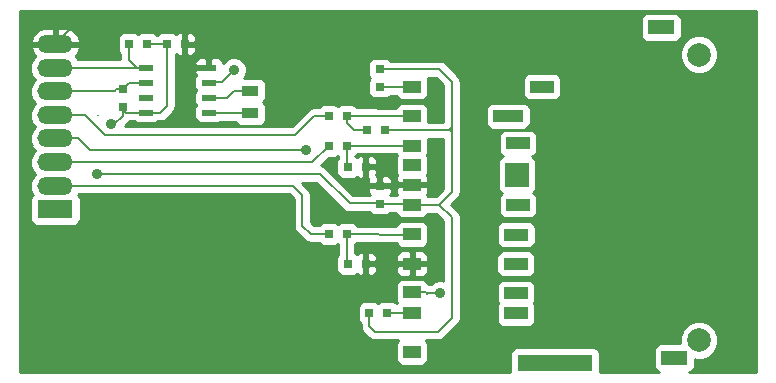
<source format=gtl>
G04 (created by PCBNEW-RS274X (2010-05-05 BZR 2356)-stable) date 13/05/2011 9:30:07 a.m.*
G01*
G70*
G90*
%MOIN*%
G04 Gerber Fmt 3.4, Leading zero omitted, Abs format*
%FSLAX34Y34*%
G04 APERTURE LIST*
%ADD10C,0.006000*%
%ADD11O,0.118100X0.059100*%
%ADD12R,0.118100X0.059100*%
%ADD13R,0.059100X0.039400*%
%ADD14R,0.086600X0.047200*%
%ADD15R,0.248000X0.055100*%
%ADD16R,0.078700X0.039400*%
%ADD17R,0.098400X0.039400*%
%ADD18R,0.078700X0.078700*%
%ADD19C,0.078700*%
%ADD20R,0.025000X0.031500*%
%ADD21R,0.031500X0.025000*%
%ADD22R,0.055000X0.035000*%
%ADD23R,0.045000X0.020000*%
%ADD24C,0.035000*%
%ADD25C,0.008000*%
%ADD26C,0.010000*%
G04 APERTURE END LIST*
G54D10*
G54D11*
X20591Y-25865D03*
X20591Y-26652D03*
G54D12*
X20591Y-27440D03*
G54D11*
X20591Y-25078D03*
X20591Y-24290D03*
X20591Y-23503D03*
X20591Y-22716D03*
X20591Y-21929D03*
G54D13*
X32481Y-27289D03*
X32481Y-28273D03*
X32481Y-29258D03*
X32481Y-30212D03*
X32481Y-30882D03*
X32481Y-32200D03*
X32481Y-26620D03*
X32481Y-25970D03*
X32481Y-23352D03*
X32481Y-24336D03*
X32481Y-25321D03*
G54D14*
X40778Y-21374D03*
X41221Y-32397D03*
G54D15*
X37245Y-32555D03*
G54D16*
X36811Y-23352D03*
G54D17*
X35689Y-24336D03*
G54D16*
X36014Y-25242D03*
G54D18*
X35975Y-26295D03*
G54D16*
X36014Y-27299D03*
X35955Y-28283D03*
X35935Y-29258D03*
X35945Y-30232D03*
X35945Y-30911D03*
G54D19*
X42048Y-31807D03*
X42048Y-22279D03*
G54D20*
X23646Y-21929D03*
X23046Y-21929D03*
X29700Y-24331D03*
X30300Y-24331D03*
X29700Y-25315D03*
X30300Y-25315D03*
X29700Y-28268D03*
X30300Y-28268D03*
G54D21*
X22835Y-24040D03*
X22835Y-23440D03*
G54D20*
X30330Y-29252D03*
X30930Y-29252D03*
X30330Y-26024D03*
X30930Y-26024D03*
G54D21*
X31421Y-22771D03*
X31421Y-23371D03*
G54D20*
X31058Y-30902D03*
X31658Y-30902D03*
G54D21*
X31402Y-27261D03*
X31402Y-26661D03*
G54D20*
X31560Y-24803D03*
X30960Y-24803D03*
X24306Y-21929D03*
X24906Y-21929D03*
G54D22*
X27087Y-23483D03*
X27087Y-24233D03*
G54D23*
X23596Y-24215D03*
X25696Y-24215D03*
X23596Y-23715D03*
X23596Y-23215D03*
X23596Y-22715D03*
X25696Y-23715D03*
X25696Y-23215D03*
X25696Y-22715D03*
G54D24*
X33425Y-30236D03*
X28937Y-25472D03*
X22441Y-24606D03*
X21969Y-26260D03*
X33346Y-26654D03*
X33425Y-29252D03*
X26535Y-22795D03*
G54D25*
X32992Y-30275D02*
X32992Y-30275D01*
X22007Y-24290D02*
X22008Y-24291D01*
X23044Y-23215D02*
X23596Y-23215D01*
X22835Y-23440D02*
X22835Y-23424D01*
X22835Y-23440D02*
X22623Y-23440D01*
X22623Y-23440D02*
X22560Y-23503D01*
X22560Y-23503D02*
X20591Y-23503D01*
X22835Y-23424D02*
X23044Y-23215D01*
X23046Y-21929D02*
X23046Y-22455D01*
X23306Y-22715D02*
X23596Y-22715D01*
X23046Y-22455D02*
X23306Y-22715D01*
X23595Y-22716D02*
X23596Y-22715D01*
X20591Y-22716D02*
X23595Y-22716D01*
X21574Y-24290D02*
X22245Y-24961D01*
X28582Y-24961D02*
X29212Y-24331D01*
X29212Y-24331D02*
X29700Y-24331D01*
X20591Y-24290D02*
X21574Y-24290D01*
X22245Y-24961D02*
X28582Y-24961D01*
X32481Y-30212D02*
X33425Y-30236D01*
X28937Y-25472D02*
X28858Y-25472D01*
X28780Y-25472D02*
X21732Y-25472D01*
X28780Y-25472D02*
X28858Y-25472D01*
X28858Y-25472D02*
X28937Y-25472D01*
X21338Y-25078D02*
X20591Y-25078D01*
X21732Y-25472D02*
X21338Y-25078D01*
X29150Y-25865D02*
X29700Y-25315D01*
X20591Y-25865D02*
X29150Y-25865D01*
X29094Y-28268D02*
X29700Y-28268D01*
X20591Y-26652D02*
X28502Y-26652D01*
X28502Y-26652D02*
X28819Y-26969D01*
X28819Y-26969D02*
X28819Y-27993D01*
X28819Y-27993D02*
X29094Y-28268D01*
X22441Y-24606D02*
X22559Y-24606D01*
X22835Y-24330D02*
X22835Y-24040D01*
X22559Y-24606D02*
X22835Y-24330D01*
X31402Y-27261D02*
X31386Y-27245D01*
X30394Y-27245D02*
X31386Y-27245D01*
X29409Y-26260D02*
X30394Y-27245D01*
X29409Y-26260D02*
X21969Y-26260D01*
X22835Y-24212D02*
X22835Y-24040D01*
X22835Y-24040D02*
X22835Y-24095D01*
X22835Y-24095D02*
X22955Y-24215D01*
X22955Y-24215D02*
X23596Y-24215D01*
X24306Y-21929D02*
X23646Y-21929D01*
X23596Y-24215D02*
X24092Y-24215D01*
X24306Y-24001D02*
X24306Y-21929D01*
X24092Y-24215D02*
X24306Y-24001D01*
X33701Y-24803D02*
X33740Y-24803D01*
X33740Y-24803D02*
X33807Y-24870D01*
X31560Y-24803D02*
X33701Y-24803D01*
X33701Y-24803D02*
X33807Y-24697D01*
X31402Y-27261D02*
X32453Y-27261D01*
X32453Y-27261D02*
X32481Y-27289D01*
X31058Y-30902D02*
X31058Y-31345D01*
X33807Y-27712D02*
X33384Y-27289D01*
X33807Y-31055D02*
X33807Y-27712D01*
X33342Y-31520D02*
X33807Y-31055D01*
X31233Y-31520D02*
X33342Y-31520D01*
X31058Y-31345D02*
X31233Y-31520D01*
X31421Y-22771D02*
X33389Y-22771D01*
X33384Y-27289D02*
X32481Y-27289D01*
X33807Y-26866D02*
X33384Y-27289D01*
X33807Y-24870D02*
X33807Y-26866D01*
X33807Y-23189D02*
X33807Y-24697D01*
X33807Y-24697D02*
X33807Y-24870D01*
X33389Y-22771D02*
X33807Y-23189D01*
X33346Y-26654D02*
X33312Y-26620D01*
X33312Y-26620D02*
X32481Y-26620D01*
X32481Y-29258D02*
X32092Y-29258D01*
X33425Y-29252D02*
X32092Y-29258D01*
X30930Y-26024D02*
X31182Y-26024D01*
X31182Y-26024D02*
X31402Y-26244D01*
X31402Y-26244D02*
X31402Y-26661D01*
X30930Y-29252D02*
X32475Y-29252D01*
X32475Y-29252D02*
X32481Y-29258D01*
X24906Y-21929D02*
X24906Y-22544D01*
X25077Y-22715D02*
X25696Y-22715D01*
X24906Y-22544D02*
X25077Y-22715D01*
X20591Y-21929D02*
X21142Y-21378D01*
X24906Y-21599D02*
X24906Y-21929D01*
X24685Y-21378D02*
X24906Y-21599D01*
X21142Y-21378D02*
X24685Y-21378D01*
X31402Y-26661D02*
X32440Y-26661D01*
X32440Y-26661D02*
X32481Y-26620D01*
X25696Y-23715D02*
X26324Y-23715D01*
X26324Y-23715D02*
X26556Y-23483D01*
X26556Y-23483D02*
X27087Y-23483D01*
X30300Y-24331D02*
X32478Y-24339D01*
X30551Y-24803D02*
X30300Y-24552D01*
X32478Y-24339D02*
X32481Y-24336D01*
X30960Y-24803D02*
X30551Y-24803D01*
X30300Y-24552D02*
X30300Y-24331D01*
X25723Y-23188D02*
X25696Y-23215D01*
X26142Y-23188D02*
X25723Y-23188D01*
X26535Y-22795D02*
X26142Y-23188D01*
X27087Y-24233D02*
X25714Y-24233D01*
X25714Y-24233D02*
X25696Y-24215D01*
X30300Y-28268D02*
X30300Y-29222D01*
X30300Y-29222D02*
X30330Y-29252D01*
X30300Y-28268D02*
X32474Y-28280D01*
X32474Y-28280D02*
X32481Y-28273D01*
X32461Y-30902D02*
X32481Y-30882D01*
X31658Y-30902D02*
X32461Y-30902D01*
X32462Y-23371D02*
X32481Y-23352D01*
X31421Y-23371D02*
X32462Y-23371D01*
X30300Y-25315D02*
X32479Y-25319D01*
X32479Y-25319D02*
X32481Y-25321D01*
X30300Y-25315D02*
X30300Y-25994D01*
X30300Y-25994D02*
X30330Y-26024D01*
G54D26*
X19409Y-20826D02*
X43938Y-20826D01*
X19409Y-20906D02*
X40255Y-20906D01*
X41302Y-20906D02*
X43938Y-20906D01*
X19409Y-20986D02*
X40145Y-20986D01*
X41411Y-20986D02*
X43938Y-20986D01*
X19409Y-21066D02*
X40106Y-21066D01*
X41451Y-21066D02*
X43938Y-21066D01*
X19409Y-21146D02*
X40096Y-21146D01*
X41460Y-21146D02*
X43938Y-21146D01*
X19409Y-21226D02*
X40096Y-21226D01*
X41460Y-21226D02*
X43938Y-21226D01*
X19409Y-21306D02*
X40096Y-21306D01*
X41460Y-21306D02*
X43938Y-21306D01*
X19409Y-21386D02*
X20194Y-21386D01*
X20541Y-21386D02*
X20641Y-21386D01*
X20989Y-21386D02*
X40096Y-21386D01*
X41460Y-21386D02*
X43938Y-21386D01*
X19409Y-21466D02*
X19995Y-21466D01*
X20541Y-21466D02*
X20641Y-21466D01*
X21188Y-21466D02*
X40096Y-21466D01*
X41460Y-21466D02*
X43938Y-21466D01*
X19409Y-21546D02*
X19912Y-21546D01*
X20541Y-21546D02*
X20641Y-21546D01*
X21271Y-21546D02*
X22817Y-21546D01*
X23277Y-21546D02*
X23417Y-21546D01*
X23877Y-21546D02*
X24077Y-21546D01*
X24537Y-21546D02*
X24677Y-21546D01*
X24818Y-21546D02*
X24994Y-21546D01*
X25136Y-21546D02*
X40096Y-21546D01*
X41460Y-21546D02*
X43938Y-21546D01*
X19409Y-21626D02*
X19837Y-21626D01*
X20541Y-21626D02*
X20641Y-21626D01*
X21346Y-21626D02*
X22715Y-21626D01*
X24856Y-21626D02*
X24956Y-21626D01*
X25237Y-21626D02*
X40096Y-21626D01*
X41460Y-21626D02*
X43938Y-21626D01*
X19409Y-21706D02*
X19805Y-21706D01*
X20541Y-21706D02*
X20641Y-21706D01*
X21378Y-21706D02*
X22679Y-21706D01*
X24856Y-21706D02*
X24956Y-21706D01*
X25274Y-21706D02*
X40115Y-21706D01*
X41440Y-21706D02*
X41753Y-21706D01*
X42344Y-21706D02*
X43938Y-21706D01*
X19409Y-21786D02*
X19772Y-21786D01*
X20541Y-21786D02*
X20641Y-21786D01*
X21411Y-21786D02*
X22672Y-21786D01*
X24856Y-21786D02*
X24956Y-21786D01*
X25280Y-21786D02*
X40169Y-21786D01*
X41387Y-21786D02*
X41633Y-21786D01*
X42464Y-21786D02*
X43938Y-21786D01*
X19409Y-21866D02*
X19808Y-21866D01*
X20541Y-21866D02*
X20641Y-21866D01*
X21373Y-21866D02*
X22672Y-21866D01*
X24856Y-21866D02*
X24956Y-21866D01*
X25232Y-21866D02*
X41553Y-21866D01*
X42544Y-21866D02*
X43938Y-21866D01*
X19409Y-21946D02*
X22672Y-21946D01*
X24856Y-21946D02*
X41491Y-21946D01*
X42606Y-21946D02*
X43938Y-21946D01*
X19409Y-22026D02*
X19790Y-22026D01*
X21393Y-22026D02*
X22672Y-22026D01*
X24856Y-22026D02*
X24956Y-22026D01*
X25266Y-22026D02*
X41458Y-22026D01*
X42639Y-22026D02*
X43938Y-22026D01*
X19409Y-22106D02*
X19785Y-22106D01*
X21396Y-22106D02*
X22672Y-22106D01*
X24856Y-22106D02*
X24956Y-22106D01*
X25280Y-22106D02*
X41424Y-22106D01*
X42672Y-22106D02*
X43938Y-22106D01*
X19409Y-22186D02*
X19818Y-22186D01*
X21363Y-22186D02*
X22693Y-22186D01*
X24856Y-22186D02*
X24956Y-22186D01*
X25259Y-22186D02*
X41405Y-22186D01*
X42691Y-22186D02*
X43938Y-22186D01*
X19409Y-22266D02*
X19863Y-22266D01*
X21317Y-22266D02*
X22749Y-22266D01*
X24601Y-22266D02*
X24609Y-22266D01*
X24856Y-22266D02*
X24956Y-22266D01*
X25203Y-22266D02*
X41405Y-22266D01*
X42691Y-22266D02*
X43938Y-22266D01*
X19409Y-22346D02*
X19893Y-22346D01*
X21289Y-22346D02*
X22756Y-22346D01*
X24596Y-22346D02*
X41405Y-22346D01*
X42691Y-22346D02*
X43938Y-22346D01*
X19409Y-22426D02*
X19822Y-22426D01*
X24596Y-22426D02*
X25308Y-22426D01*
X25645Y-22426D02*
X25747Y-22426D01*
X26084Y-22426D02*
X26315Y-22426D01*
X26755Y-22426D02*
X31145Y-22426D01*
X31698Y-22426D02*
X41413Y-22426D01*
X42683Y-22426D02*
X43938Y-22426D01*
X19409Y-22506D02*
X19789Y-22506D01*
X24596Y-22506D02*
X25247Y-22506D01*
X25646Y-22506D02*
X25746Y-22506D01*
X26146Y-22506D02*
X26223Y-22506D01*
X26847Y-22506D02*
X31053Y-22506D01*
X33505Y-22506D02*
X41446Y-22506D01*
X42649Y-22506D02*
X43938Y-22506D01*
X19409Y-22586D02*
X19755Y-22586D01*
X24596Y-22586D02*
X25222Y-22586D01*
X25646Y-22586D02*
X25746Y-22586D01*
X26909Y-22586D02*
X31020Y-22586D01*
X33614Y-22586D02*
X41479Y-22586D01*
X42616Y-22586D02*
X43938Y-22586D01*
X19409Y-22666D02*
X19745Y-22666D01*
X24596Y-22666D02*
X25746Y-22666D01*
X26942Y-22666D02*
X31015Y-22666D01*
X33694Y-22666D02*
X41526Y-22666D01*
X42569Y-22666D02*
X43938Y-22666D01*
X19409Y-22746D02*
X19745Y-22746D01*
X24596Y-22746D02*
X25746Y-22746D01*
X26960Y-22746D02*
X31015Y-22746D01*
X33774Y-22746D02*
X41606Y-22746D01*
X42489Y-22746D02*
X43938Y-22746D01*
X19409Y-22826D02*
X19746Y-22826D01*
X24596Y-22826D02*
X25222Y-22826D01*
X26960Y-22826D02*
X31015Y-22826D01*
X33854Y-22826D02*
X41690Y-22826D01*
X42406Y-22826D02*
X43938Y-22826D01*
X19409Y-22906D02*
X19779Y-22906D01*
X24596Y-22906D02*
X25239Y-22906D01*
X26949Y-22906D02*
X31015Y-22906D01*
X33934Y-22906D02*
X36369Y-22906D01*
X37254Y-22906D02*
X41880Y-22906D01*
X42213Y-22906D02*
X43938Y-22906D01*
X19409Y-22986D02*
X19812Y-22986D01*
X24596Y-22986D02*
X25255Y-22986D01*
X26915Y-22986D02*
X31031Y-22986D01*
X34014Y-22986D02*
X36235Y-22986D01*
X37387Y-22986D02*
X43938Y-22986D01*
X19409Y-23066D02*
X19873Y-23066D01*
X24596Y-23066D02*
X25222Y-23066D01*
X27429Y-23066D02*
X31082Y-23066D01*
X33009Y-23066D02*
X33274Y-23066D01*
X34067Y-23066D02*
X36186Y-23066D01*
X37437Y-23066D02*
X43938Y-23066D01*
X19409Y-23146D02*
X19881Y-23146D01*
X24596Y-23146D02*
X25222Y-23146D01*
X27552Y-23146D02*
X31036Y-23146D01*
X33025Y-23146D02*
X33354Y-23146D01*
X34089Y-23146D02*
X36169Y-23146D01*
X37453Y-23146D02*
X43938Y-23146D01*
X19409Y-23226D02*
X19817Y-23226D01*
X24596Y-23226D02*
X25222Y-23226D01*
X27598Y-23226D02*
X31015Y-23226D01*
X33025Y-23226D02*
X33434Y-23226D01*
X34097Y-23226D02*
X36169Y-23226D01*
X37453Y-23226D02*
X43938Y-23226D01*
X19409Y-23306D02*
X19783Y-23306D01*
X24596Y-23306D02*
X25222Y-23306D01*
X27611Y-23306D02*
X31015Y-23306D01*
X33025Y-23306D02*
X33514Y-23306D01*
X34097Y-23306D02*
X36169Y-23306D01*
X37453Y-23306D02*
X43938Y-23306D01*
X19409Y-23386D02*
X19750Y-23386D01*
X24596Y-23386D02*
X25231Y-23386D01*
X27611Y-23386D02*
X31015Y-23386D01*
X33025Y-23386D02*
X33517Y-23386D01*
X34097Y-23386D02*
X36169Y-23386D01*
X37453Y-23386D02*
X43938Y-23386D01*
X19409Y-23466D02*
X19745Y-23466D01*
X24596Y-23466D02*
X25267Y-23466D01*
X27611Y-23466D02*
X31015Y-23466D01*
X33025Y-23466D02*
X33517Y-23466D01*
X34097Y-23466D02*
X36169Y-23466D01*
X37453Y-23466D02*
X43938Y-23466D01*
X19409Y-23546D02*
X19745Y-23546D01*
X24596Y-23546D02*
X25230Y-23546D01*
X27611Y-23546D02*
X31015Y-23546D01*
X33025Y-23546D02*
X33517Y-23546D01*
X34097Y-23546D02*
X36169Y-23546D01*
X37453Y-23546D02*
X43938Y-23546D01*
X19409Y-23626D02*
X19751Y-23626D01*
X24596Y-23626D02*
X25222Y-23626D01*
X27611Y-23626D02*
X31048Y-23626D01*
X33013Y-23626D02*
X33517Y-23626D01*
X34097Y-23626D02*
X36180Y-23626D01*
X37441Y-23626D02*
X43938Y-23626D01*
X19409Y-23706D02*
X19784Y-23706D01*
X24596Y-23706D02*
X25222Y-23706D01*
X27611Y-23706D02*
X31122Y-23706D01*
X31720Y-23706D02*
X31991Y-23706D01*
X32971Y-23706D02*
X33517Y-23706D01*
X34097Y-23706D02*
X36223Y-23706D01*
X37399Y-23706D02*
X43938Y-23706D01*
X19409Y-23786D02*
X19817Y-23786D01*
X24596Y-23786D02*
X25222Y-23786D01*
X27578Y-23786D02*
X32107Y-23786D01*
X32854Y-23786D02*
X33517Y-23786D01*
X34097Y-23786D02*
X36339Y-23786D01*
X37282Y-23786D02*
X43938Y-23786D01*
X19409Y-23866D02*
X19886Y-23866D01*
X24596Y-23866D02*
X25222Y-23866D01*
X27522Y-23866D02*
X33517Y-23866D01*
X34097Y-23866D02*
X43938Y-23866D01*
X19409Y-23946D02*
X19868Y-23946D01*
X24596Y-23946D02*
X25255Y-23946D01*
X27585Y-23946D02*
X29476Y-23946D01*
X29926Y-23946D02*
X30076Y-23946D01*
X30526Y-23946D02*
X32027Y-23946D01*
X32935Y-23946D02*
X33517Y-23946D01*
X34097Y-23946D02*
X35038Y-23946D01*
X36340Y-23946D02*
X43938Y-23946D01*
X19409Y-24026D02*
X19811Y-24026D01*
X24591Y-24026D02*
X25239Y-24026D01*
X27611Y-24026D02*
X29371Y-24026D01*
X30629Y-24026D02*
X31963Y-24026D01*
X32999Y-24026D02*
X33517Y-24026D01*
X34097Y-24026D02*
X34975Y-24026D01*
X36404Y-24026D02*
X43938Y-24026D01*
X19409Y-24106D02*
X19778Y-24106D01*
X24575Y-24106D02*
X25222Y-24106D01*
X27611Y-24106D02*
X29037Y-24106D01*
X33025Y-24106D02*
X33517Y-24106D01*
X34097Y-24106D02*
X34948Y-24106D01*
X36430Y-24106D02*
X43938Y-24106D01*
X19409Y-24186D02*
X19745Y-24186D01*
X24524Y-24186D02*
X25222Y-24186D01*
X27611Y-24186D02*
X28947Y-24186D01*
X33025Y-24186D02*
X33517Y-24186D01*
X34097Y-24186D02*
X34948Y-24186D01*
X36430Y-24186D02*
X43938Y-24186D01*
X19409Y-24266D02*
X19745Y-24266D01*
X24451Y-24266D02*
X25222Y-24266D01*
X27611Y-24266D02*
X28867Y-24266D01*
X33025Y-24266D02*
X33517Y-24266D01*
X34097Y-24266D02*
X34948Y-24266D01*
X36430Y-24266D02*
X43938Y-24266D01*
X19409Y-24346D02*
X19745Y-24346D01*
X24371Y-24346D02*
X25222Y-24346D01*
X27611Y-24346D02*
X28787Y-24346D01*
X33025Y-24346D02*
X33517Y-24346D01*
X34097Y-24346D02*
X34948Y-24346D01*
X36430Y-24346D02*
X43938Y-24346D01*
X19409Y-24426D02*
X19757Y-24426D01*
X24288Y-24426D02*
X25247Y-24426D01*
X27611Y-24426D02*
X28707Y-24426D01*
X33025Y-24426D02*
X33517Y-24426D01*
X34097Y-24426D02*
X34948Y-24426D01*
X36430Y-24426D02*
X43938Y-24426D01*
X19409Y-24506D02*
X19790Y-24506D01*
X23058Y-24506D02*
X23209Y-24506D01*
X23981Y-24506D02*
X25310Y-24506D01*
X27590Y-24506D02*
X28627Y-24506D01*
X33025Y-24506D02*
X33517Y-24506D01*
X34097Y-24506D02*
X34948Y-24506D01*
X36430Y-24506D02*
X43938Y-24506D01*
X19409Y-24586D02*
X19823Y-24586D01*
X22988Y-24586D02*
X26638Y-24586D01*
X27536Y-24586D02*
X28547Y-24586D01*
X34097Y-24586D02*
X34949Y-24586D01*
X36428Y-24586D02*
X43938Y-24586D01*
X19409Y-24666D02*
X19899Y-24666D01*
X22908Y-24666D02*
X28467Y-24666D01*
X34097Y-24666D02*
X34982Y-24666D01*
X36395Y-24666D02*
X43938Y-24666D01*
X19409Y-24746D02*
X19856Y-24746D01*
X34097Y-24746D02*
X35060Y-24746D01*
X36317Y-24746D02*
X43938Y-24746D01*
X19409Y-24826D02*
X19806Y-24826D01*
X34097Y-24826D02*
X35500Y-24826D01*
X36529Y-24826D02*
X43938Y-24826D01*
X19409Y-24906D02*
X19773Y-24906D01*
X34097Y-24906D02*
X35410Y-24906D01*
X36619Y-24906D02*
X43938Y-24906D01*
X19409Y-24986D02*
X19745Y-24986D01*
X34097Y-24986D02*
X35376Y-24986D01*
X36652Y-24986D02*
X43938Y-24986D01*
X19409Y-25066D02*
X19745Y-25066D01*
X34097Y-25066D02*
X35372Y-25066D01*
X36656Y-25066D02*
X43938Y-25066D01*
X19409Y-25146D02*
X19745Y-25146D01*
X34097Y-25146D02*
X35372Y-25146D01*
X36656Y-25146D02*
X43938Y-25146D01*
X19409Y-25226D02*
X19762Y-25226D01*
X34097Y-25226D02*
X35372Y-25226D01*
X36656Y-25226D02*
X43938Y-25226D01*
X19409Y-25306D02*
X19795Y-25306D01*
X34097Y-25306D02*
X35372Y-25306D01*
X36656Y-25306D02*
X43938Y-25306D01*
X19409Y-25386D02*
X19831Y-25386D01*
X34097Y-25386D02*
X35372Y-25386D01*
X36656Y-25386D02*
X43938Y-25386D01*
X19409Y-25466D02*
X19911Y-25466D01*
X34097Y-25466D02*
X35372Y-25466D01*
X36656Y-25466D02*
X43938Y-25466D01*
X19409Y-25546D02*
X19843Y-25546D01*
X34097Y-25546D02*
X35395Y-25546D01*
X36632Y-25546D02*
X43938Y-25546D01*
X19409Y-25626D02*
X19801Y-25626D01*
X34097Y-25626D02*
X35456Y-25626D01*
X36572Y-25626D02*
X43938Y-25626D01*
X19409Y-25706D02*
X19767Y-25706D01*
X34097Y-25706D02*
X35426Y-25706D01*
X36524Y-25706D02*
X43938Y-25706D01*
X19409Y-25786D02*
X19745Y-25786D01*
X34097Y-25786D02*
X35361Y-25786D01*
X36590Y-25786D02*
X43938Y-25786D01*
X19409Y-25866D02*
X19745Y-25866D01*
X34097Y-25866D02*
X35333Y-25866D01*
X36617Y-25866D02*
X43938Y-25866D01*
X19409Y-25946D02*
X19745Y-25946D01*
X34097Y-25946D02*
X35333Y-25946D01*
X36617Y-25946D02*
X43938Y-25946D01*
X19409Y-26026D02*
X19767Y-26026D01*
X34097Y-26026D02*
X35333Y-26026D01*
X36617Y-26026D02*
X43938Y-26026D01*
X19409Y-26106D02*
X19800Y-26106D01*
X34097Y-26106D02*
X35333Y-26106D01*
X36617Y-26106D02*
X43938Y-26106D01*
X19409Y-26186D02*
X19844Y-26186D01*
X34097Y-26186D02*
X35333Y-26186D01*
X36617Y-26186D02*
X43938Y-26186D01*
X19409Y-26266D02*
X19910Y-26266D01*
X34097Y-26266D02*
X35333Y-26266D01*
X36617Y-26266D02*
X43938Y-26266D01*
X19409Y-26346D02*
X19830Y-26346D01*
X34097Y-26346D02*
X35333Y-26346D01*
X36617Y-26346D02*
X43938Y-26346D01*
X19409Y-26426D02*
X19795Y-26426D01*
X34097Y-26426D02*
X35333Y-26426D01*
X36617Y-26426D02*
X43938Y-26426D01*
X19409Y-26506D02*
X19762Y-26506D01*
X34097Y-26506D02*
X35333Y-26506D01*
X36617Y-26506D02*
X43938Y-26506D01*
X19409Y-26586D02*
X19745Y-26586D01*
X28846Y-26586D02*
X29325Y-26586D01*
X34097Y-26586D02*
X35333Y-26586D01*
X36617Y-26586D02*
X43938Y-26586D01*
X19409Y-26666D02*
X19745Y-26666D01*
X28926Y-26666D02*
X29405Y-26666D01*
X34097Y-26666D02*
X35333Y-26666D01*
X36617Y-26666D02*
X43938Y-26666D01*
X19409Y-26746D02*
X19745Y-26746D01*
X29006Y-26746D02*
X29485Y-26746D01*
X34097Y-26746D02*
X35336Y-26746D01*
X36613Y-26746D02*
X43938Y-26746D01*
X19409Y-26826D02*
X19772Y-26826D01*
X29066Y-26826D02*
X29565Y-26826D01*
X34097Y-26826D02*
X35369Y-26826D01*
X36580Y-26826D02*
X43938Y-26826D01*
X19409Y-26906D02*
X19805Y-26906D01*
X29097Y-26906D02*
X29645Y-26906D01*
X34089Y-26906D02*
X35457Y-26906D01*
X36563Y-26906D02*
X43938Y-26906D01*
X19409Y-26986D02*
X19808Y-26986D01*
X21374Y-26986D02*
X28426Y-26986D01*
X29109Y-26986D02*
X29725Y-26986D01*
X34068Y-26986D02*
X35400Y-26986D01*
X36629Y-26986D02*
X43938Y-26986D01*
X19409Y-27066D02*
X19765Y-27066D01*
X21418Y-27066D02*
X28506Y-27066D01*
X29109Y-27066D02*
X29805Y-27066D01*
X34015Y-27066D02*
X35372Y-27066D01*
X36656Y-27066D02*
X43938Y-27066D01*
X19409Y-27146D02*
X19752Y-27146D01*
X21430Y-27146D02*
X28529Y-27146D01*
X29109Y-27146D02*
X29885Y-27146D01*
X33936Y-27146D02*
X35372Y-27146D01*
X36656Y-27146D02*
X43938Y-27146D01*
X19409Y-27226D02*
X19752Y-27226D01*
X21430Y-27226D02*
X28529Y-27226D01*
X29109Y-27226D02*
X29965Y-27226D01*
X33855Y-27226D02*
X35372Y-27226D01*
X36656Y-27226D02*
X43938Y-27226D01*
X19409Y-27306D02*
X19752Y-27306D01*
X21430Y-27306D02*
X28529Y-27306D01*
X29109Y-27306D02*
X30045Y-27306D01*
X33811Y-27306D02*
X35372Y-27306D01*
X36656Y-27306D02*
X43938Y-27306D01*
X19409Y-27386D02*
X19752Y-27386D01*
X21430Y-27386D02*
X28529Y-27386D01*
X29109Y-27386D02*
X30125Y-27386D01*
X33891Y-27386D02*
X35372Y-27386D01*
X36656Y-27386D02*
X43938Y-27386D01*
X19409Y-27466D02*
X19752Y-27466D01*
X21430Y-27466D02*
X28529Y-27466D01*
X29109Y-27466D02*
X30213Y-27466D01*
X33971Y-27466D02*
X35372Y-27466D01*
X36656Y-27466D02*
X43938Y-27466D01*
X19409Y-27546D02*
X19752Y-27546D01*
X21430Y-27546D02*
X28529Y-27546D01*
X29109Y-27546D02*
X31052Y-27546D01*
X34039Y-27546D02*
X35372Y-27546D01*
X36656Y-27546D02*
X43938Y-27546D01*
X19409Y-27626D02*
X19752Y-27626D01*
X21430Y-27626D02*
X28529Y-27626D01*
X29109Y-27626D02*
X31173Y-27626D01*
X31629Y-27626D02*
X31974Y-27626D01*
X32987Y-27626D02*
X33310Y-27626D01*
X34080Y-27626D02*
X35405Y-27626D01*
X36622Y-27626D02*
X43938Y-27626D01*
X19409Y-27706D02*
X19752Y-27706D01*
X21430Y-27706D02*
X28529Y-27706D01*
X29109Y-27706D02*
X32066Y-27706D01*
X32895Y-27706D02*
X33390Y-27706D01*
X34096Y-27706D02*
X35479Y-27706D01*
X36549Y-27706D02*
X43938Y-27706D01*
X19409Y-27786D02*
X19752Y-27786D01*
X21429Y-27786D02*
X28529Y-27786D01*
X29109Y-27786D02*
X33470Y-27786D01*
X34097Y-27786D02*
X43938Y-27786D01*
X19409Y-27866D02*
X19785Y-27866D01*
X21396Y-27866D02*
X28529Y-27866D01*
X29109Y-27866D02*
X29517Y-27866D01*
X29885Y-27866D02*
X30117Y-27866D01*
X30485Y-27866D02*
X32044Y-27866D01*
X32918Y-27866D02*
X33517Y-27866D01*
X34097Y-27866D02*
X35443Y-27866D01*
X36468Y-27866D02*
X43938Y-27866D01*
X19409Y-27946D02*
X19860Y-27946D01*
X21322Y-27946D02*
X28529Y-27946D01*
X29182Y-27946D02*
X29388Y-27946D01*
X30612Y-27946D02*
X31971Y-27946D01*
X32992Y-27946D02*
X33517Y-27946D01*
X34097Y-27946D02*
X35351Y-27946D01*
X36560Y-27946D02*
X43938Y-27946D01*
X19409Y-28026D02*
X28535Y-28026D01*
X33025Y-28026D02*
X33517Y-28026D01*
X34097Y-28026D02*
X35318Y-28026D01*
X36593Y-28026D02*
X43938Y-28026D01*
X19409Y-28106D02*
X28552Y-28106D01*
X33025Y-28106D02*
X33517Y-28106D01*
X34097Y-28106D02*
X35313Y-28106D01*
X36597Y-28106D02*
X43938Y-28106D01*
X19409Y-28186D02*
X28605Y-28186D01*
X33025Y-28186D02*
X33517Y-28186D01*
X34097Y-28186D02*
X35313Y-28186D01*
X36597Y-28186D02*
X43938Y-28186D01*
X19409Y-28266D02*
X28682Y-28266D01*
X33025Y-28266D02*
X33517Y-28266D01*
X34097Y-28266D02*
X35313Y-28266D01*
X36597Y-28266D02*
X43938Y-28266D01*
X19409Y-28346D02*
X28762Y-28346D01*
X33025Y-28346D02*
X33517Y-28346D01*
X34097Y-28346D02*
X35313Y-28346D01*
X36597Y-28346D02*
X43938Y-28346D01*
X19409Y-28426D02*
X28842Y-28426D01*
X33025Y-28426D02*
X33517Y-28426D01*
X34097Y-28426D02*
X35313Y-28426D01*
X36597Y-28426D02*
X43938Y-28426D01*
X19409Y-28506D02*
X28938Y-28506D01*
X33025Y-28506D02*
X33517Y-28506D01*
X34097Y-28506D02*
X35313Y-28506D01*
X36597Y-28506D02*
X43938Y-28506D01*
X19409Y-28586D02*
X29384Y-28586D01*
X30616Y-28586D02*
X31964Y-28586D01*
X32997Y-28586D02*
X33517Y-28586D01*
X34097Y-28586D02*
X35336Y-28586D01*
X36573Y-28586D02*
X43938Y-28586D01*
X19409Y-28666D02*
X29505Y-28666D01*
X29893Y-28666D02*
X30010Y-28666D01*
X30590Y-28666D02*
X32030Y-28666D01*
X32932Y-28666D02*
X33517Y-28666D01*
X34097Y-28666D02*
X35396Y-28666D01*
X36514Y-28666D02*
X43938Y-28666D01*
X19409Y-28746D02*
X30010Y-28746D01*
X30590Y-28746D02*
X33517Y-28746D01*
X34097Y-28746D02*
X43938Y-28746D01*
X19409Y-28826D02*
X30010Y-28826D01*
X30590Y-28826D02*
X32103Y-28826D01*
X32384Y-28826D02*
X32578Y-28826D01*
X32860Y-28826D02*
X33517Y-28826D01*
X34097Y-28826D02*
X35460Y-28826D01*
X36412Y-28826D02*
X43938Y-28826D01*
X19409Y-28906D02*
X30010Y-28906D01*
X30618Y-28906D02*
X30641Y-28906D01*
X30879Y-28906D02*
X30981Y-28906D01*
X31218Y-28906D02*
X31989Y-28906D01*
X32431Y-28906D02*
X32531Y-28906D01*
X32973Y-28906D02*
X33517Y-28906D01*
X34097Y-28906D02*
X35345Y-28906D01*
X36525Y-28906D02*
X43938Y-28906D01*
X19409Y-28986D02*
X29981Y-28986D01*
X30880Y-28986D02*
X30980Y-28986D01*
X31280Y-28986D02*
X31948Y-28986D01*
X32431Y-28986D02*
X32531Y-28986D01*
X33015Y-28986D02*
X33517Y-28986D01*
X34097Y-28986D02*
X35304Y-28986D01*
X36567Y-28986D02*
X43938Y-28986D01*
X19409Y-29066D02*
X29956Y-29066D01*
X30880Y-29066D02*
X30980Y-29066D01*
X31304Y-29066D02*
X31937Y-29066D01*
X32431Y-29066D02*
X32531Y-29066D01*
X33026Y-29066D02*
X33517Y-29066D01*
X34097Y-29066D02*
X35293Y-29066D01*
X36577Y-29066D02*
X43938Y-29066D01*
X19409Y-29146D02*
X29956Y-29146D01*
X30880Y-29146D02*
X30980Y-29146D01*
X31299Y-29146D02*
X31936Y-29146D01*
X32431Y-29146D02*
X32531Y-29146D01*
X33026Y-29146D02*
X33517Y-29146D01*
X34097Y-29146D02*
X35293Y-29146D01*
X36577Y-29146D02*
X43938Y-29146D01*
X19409Y-29226D02*
X29956Y-29226D01*
X30880Y-29226D02*
X33517Y-29226D01*
X34097Y-29226D02*
X35293Y-29226D01*
X36577Y-29226D02*
X43938Y-29226D01*
X19409Y-29306D02*
X29956Y-29306D01*
X30880Y-29306D02*
X30980Y-29306D01*
X31247Y-29306D02*
X33517Y-29306D01*
X34097Y-29306D02*
X35293Y-29306D01*
X36577Y-29306D02*
X43938Y-29306D01*
X19409Y-29386D02*
X29956Y-29386D01*
X30880Y-29386D02*
X30980Y-29386D01*
X31304Y-29386D02*
X31936Y-29386D01*
X32431Y-29386D02*
X32531Y-29386D01*
X33025Y-29386D02*
X33517Y-29386D01*
X34097Y-29386D02*
X35293Y-29386D01*
X36577Y-29386D02*
X43938Y-29386D01*
X19409Y-29466D02*
X29959Y-29466D01*
X30880Y-29466D02*
X30980Y-29466D01*
X31301Y-29466D02*
X31936Y-29466D01*
X32431Y-29466D02*
X32531Y-29466D01*
X33025Y-29466D02*
X33517Y-29466D01*
X34097Y-29466D02*
X35293Y-29466D01*
X36577Y-29466D02*
X43938Y-29466D01*
X19409Y-29546D02*
X29992Y-29546D01*
X30880Y-29546D02*
X30980Y-29546D01*
X31267Y-29546D02*
X31954Y-29546D01*
X32431Y-29546D02*
X32531Y-29546D01*
X33007Y-29546D02*
X33517Y-29546D01*
X34097Y-29546D02*
X35310Y-29546D01*
X36559Y-29546D02*
X43938Y-29546D01*
X19409Y-29626D02*
X30078Y-29626D01*
X30581Y-29626D02*
X30678Y-29626D01*
X30851Y-29626D02*
X31009Y-29626D01*
X31181Y-29626D02*
X32005Y-29626D01*
X32431Y-29626D02*
X32531Y-29626D01*
X32957Y-29626D02*
X33517Y-29626D01*
X34097Y-29626D02*
X35361Y-29626D01*
X36509Y-29626D02*
X43938Y-29626D01*
X19409Y-29706D02*
X33517Y-29706D01*
X34097Y-29706D02*
X43938Y-29706D01*
X19409Y-29786D02*
X32089Y-29786D01*
X32874Y-29786D02*
X33517Y-29786D01*
X34097Y-29786D02*
X35503Y-29786D01*
X36388Y-29786D02*
X43938Y-29786D01*
X19409Y-29866D02*
X31983Y-29866D01*
X32979Y-29866D02*
X33207Y-29866D01*
X34097Y-29866D02*
X35369Y-29866D01*
X36521Y-29866D02*
X43938Y-29866D01*
X19409Y-29946D02*
X31945Y-29946D01*
X34097Y-29946D02*
X35320Y-29946D01*
X36571Y-29946D02*
X43938Y-29946D01*
X19409Y-30026D02*
X31937Y-30026D01*
X34097Y-30026D02*
X35303Y-30026D01*
X36587Y-30026D02*
X43938Y-30026D01*
X19409Y-30106D02*
X31937Y-30106D01*
X34097Y-30106D02*
X35303Y-30106D01*
X36587Y-30106D02*
X43938Y-30106D01*
X19409Y-30186D02*
X31937Y-30186D01*
X34097Y-30186D02*
X35303Y-30186D01*
X36587Y-30186D02*
X43938Y-30186D01*
X19409Y-30266D02*
X31937Y-30266D01*
X34097Y-30266D02*
X35303Y-30266D01*
X36587Y-30266D02*
X43938Y-30266D01*
X19409Y-30346D02*
X31937Y-30346D01*
X34097Y-30346D02*
X35303Y-30346D01*
X36587Y-30346D02*
X43938Y-30346D01*
X19409Y-30426D02*
X31937Y-30426D01*
X34097Y-30426D02*
X35303Y-30426D01*
X36587Y-30426D02*
X43938Y-30426D01*
X19409Y-30506D02*
X30860Y-30506D01*
X31257Y-30506D02*
X31460Y-30506D01*
X31857Y-30506D02*
X31956Y-30506D01*
X34097Y-30506D02*
X35314Y-30506D01*
X36575Y-30506D02*
X43938Y-30506D01*
X19409Y-30586D02*
X30740Y-30586D01*
X34097Y-30586D02*
X35336Y-30586D01*
X36555Y-30586D02*
X43938Y-30586D01*
X19409Y-30666D02*
X30697Y-30666D01*
X34097Y-30666D02*
X35303Y-30666D01*
X36587Y-30666D02*
X43938Y-30666D01*
X19409Y-30746D02*
X30684Y-30746D01*
X34097Y-30746D02*
X35303Y-30746D01*
X36587Y-30746D02*
X43938Y-30746D01*
X19409Y-30826D02*
X30684Y-30826D01*
X34097Y-30826D02*
X35303Y-30826D01*
X36587Y-30826D02*
X43938Y-30826D01*
X19409Y-30906D02*
X30684Y-30906D01*
X34097Y-30906D02*
X35303Y-30906D01*
X36587Y-30906D02*
X43938Y-30906D01*
X19409Y-30986D02*
X30684Y-30986D01*
X34097Y-30986D02*
X35303Y-30986D01*
X36587Y-30986D02*
X43938Y-30986D01*
X19409Y-31066D02*
X30684Y-31066D01*
X34094Y-31066D02*
X35303Y-31066D01*
X36587Y-31066D02*
X43938Y-31066D01*
X19409Y-31146D02*
X30699Y-31146D01*
X34078Y-31146D02*
X35303Y-31146D01*
X36587Y-31146D02*
X43938Y-31146D01*
X19409Y-31226D02*
X30748Y-31226D01*
X34034Y-31226D02*
X35331Y-31226D01*
X36558Y-31226D02*
X41771Y-31226D01*
X42325Y-31226D02*
X43938Y-31226D01*
X19409Y-31306D02*
X30768Y-31306D01*
X33966Y-31306D02*
X35398Y-31306D01*
X36492Y-31306D02*
X41641Y-31306D01*
X42456Y-31306D02*
X43938Y-31306D01*
X19409Y-31386D02*
X30776Y-31386D01*
X33886Y-31386D02*
X41561Y-31386D01*
X42536Y-31386D02*
X43938Y-31386D01*
X19409Y-31466D02*
X30796Y-31466D01*
X33806Y-31466D02*
X41494Y-31466D01*
X42603Y-31466D02*
X43938Y-31466D01*
X19409Y-31546D02*
X30850Y-31546D01*
X33726Y-31546D02*
X41461Y-31546D01*
X42636Y-31546D02*
X43938Y-31546D01*
X19409Y-31626D02*
X30929Y-31626D01*
X33646Y-31626D02*
X41427Y-31626D01*
X42669Y-31626D02*
X43938Y-31626D01*
X19409Y-31706D02*
X31009Y-31706D01*
X33566Y-31706D02*
X41405Y-31706D01*
X42691Y-31706D02*
X43938Y-31706D01*
X19409Y-31786D02*
X31119Y-31786D01*
X33455Y-31786D02*
X41405Y-31786D01*
X42691Y-31786D02*
X43938Y-31786D01*
X19409Y-31866D02*
X31974Y-31866D01*
X32989Y-31866D02*
X41405Y-31866D01*
X42691Y-31866D02*
X43938Y-31866D01*
X19409Y-31946D02*
X31940Y-31946D01*
X33022Y-31946D02*
X40657Y-31946D01*
X42686Y-31946D02*
X43938Y-31946D01*
X19409Y-32026D02*
X31937Y-32026D01*
X33025Y-32026D02*
X40575Y-32026D01*
X42653Y-32026D02*
X43938Y-32026D01*
X19409Y-32106D02*
X31937Y-32106D01*
X33025Y-32106D02*
X35827Y-32106D01*
X38663Y-32106D02*
X40542Y-32106D01*
X42619Y-32106D02*
X43938Y-32106D01*
X19409Y-32186D02*
X31937Y-32186D01*
X33025Y-32186D02*
X35775Y-32186D01*
X38716Y-32186D02*
X40539Y-32186D01*
X42577Y-32186D02*
X43938Y-32186D01*
X19409Y-32266D02*
X31937Y-32266D01*
X33025Y-32266D02*
X35756Y-32266D01*
X38734Y-32266D02*
X40539Y-32266D01*
X42497Y-32266D02*
X43938Y-32266D01*
X19409Y-32346D02*
X31937Y-32346D01*
X33025Y-32346D02*
X35756Y-32346D01*
X38734Y-32346D02*
X40539Y-32346D01*
X42417Y-32346D02*
X43938Y-32346D01*
X19409Y-32426D02*
X31937Y-32426D01*
X33025Y-32426D02*
X35756Y-32426D01*
X38734Y-32426D02*
X40539Y-32426D01*
X42232Y-32426D02*
X43938Y-32426D01*
X19409Y-32506D02*
X31961Y-32506D01*
X33000Y-32506D02*
X35756Y-32506D01*
X38734Y-32506D02*
X40539Y-32506D01*
X41903Y-32506D02*
X43938Y-32506D01*
X19409Y-32586D02*
X32023Y-32586D01*
X32939Y-32586D02*
X35756Y-32586D01*
X38734Y-32586D02*
X40539Y-32586D01*
X41903Y-32586D02*
X43938Y-32586D01*
X19409Y-32666D02*
X35756Y-32666D01*
X38734Y-32666D02*
X40539Y-32666D01*
X41903Y-32666D02*
X43938Y-32666D01*
X19409Y-32746D02*
X35756Y-32746D01*
X38734Y-32746D02*
X40565Y-32746D01*
X41876Y-32746D02*
X43938Y-32746D01*
X19409Y-32826D02*
X35756Y-32826D01*
X38734Y-32826D02*
X40629Y-32826D01*
X41813Y-32826D02*
X43938Y-32826D01*
X33025Y-25093D02*
X33517Y-25093D01*
X33025Y-25173D02*
X33517Y-25173D01*
X33025Y-25253D02*
X33517Y-25253D01*
X33025Y-25333D02*
X33517Y-25333D01*
X33025Y-25413D02*
X33517Y-25413D01*
X33025Y-25493D02*
X33517Y-25493D01*
X33022Y-25573D02*
X33517Y-25573D01*
X29994Y-25653D02*
X30004Y-25653D01*
X30595Y-25653D02*
X30672Y-25653D01*
X30854Y-25653D02*
X31006Y-25653D01*
X31189Y-25653D02*
X31966Y-25653D01*
X32996Y-25653D02*
X33517Y-25653D01*
X29691Y-25733D02*
X29992Y-25733D01*
X30880Y-25733D02*
X30980Y-25733D01*
X31269Y-25733D02*
X31937Y-25733D01*
X33025Y-25733D02*
X33517Y-25733D01*
X29611Y-25813D02*
X29958Y-25813D01*
X30880Y-25813D02*
X30980Y-25813D01*
X31303Y-25813D02*
X31937Y-25813D01*
X33025Y-25813D02*
X33517Y-25813D01*
X29531Y-25893D02*
X29956Y-25893D01*
X30880Y-25893D02*
X30980Y-25893D01*
X31304Y-25893D02*
X31937Y-25893D01*
X33025Y-25893D02*
X33517Y-25893D01*
X29451Y-25973D02*
X29956Y-25973D01*
X30880Y-25973D02*
X30980Y-25973D01*
X31244Y-25973D02*
X31937Y-25973D01*
X33025Y-25973D02*
X33517Y-25973D01*
X29612Y-26053D02*
X29956Y-26053D01*
X30880Y-26053D02*
X31937Y-26053D01*
X33025Y-26053D02*
X33517Y-26053D01*
X29692Y-26133D02*
X29956Y-26133D01*
X30880Y-26133D02*
X30980Y-26133D01*
X31302Y-26133D02*
X31937Y-26133D01*
X33025Y-26133D02*
X33517Y-26133D01*
X29772Y-26213D02*
X29956Y-26213D01*
X30880Y-26213D02*
X30980Y-26213D01*
X31304Y-26213D02*
X31937Y-26213D01*
X33025Y-26213D02*
X33517Y-26213D01*
X29852Y-26293D02*
X29982Y-26293D01*
X30880Y-26293D02*
X30980Y-26293D01*
X31297Y-26293D02*
X31507Y-26293D01*
X31624Y-26293D02*
X31968Y-26293D01*
X32992Y-26293D02*
X33517Y-26293D01*
X29932Y-26373D02*
X30045Y-26373D01*
X30613Y-26373D02*
X30645Y-26373D01*
X30876Y-26373D02*
X30984Y-26373D01*
X31352Y-26373D02*
X31452Y-26373D01*
X31748Y-26373D02*
X31938Y-26373D01*
X33025Y-26373D02*
X33517Y-26373D01*
X30012Y-26453D02*
X31010Y-26453D01*
X31352Y-26453D02*
X31452Y-26453D01*
X31794Y-26453D02*
X31937Y-26453D01*
X33026Y-26453D02*
X33517Y-26453D01*
X30092Y-26533D02*
X30996Y-26533D01*
X31352Y-26533D02*
X31452Y-26533D01*
X31809Y-26533D02*
X31961Y-26533D01*
X33001Y-26533D02*
X33517Y-26533D01*
X30172Y-26613D02*
X33517Y-26613D01*
X30252Y-26693D02*
X31975Y-26693D01*
X32987Y-26693D02*
X33517Y-26693D01*
X30332Y-26773D02*
X30995Y-26773D01*
X31809Y-26773D02*
X31936Y-26773D01*
X33025Y-26773D02*
X33490Y-26773D01*
X30412Y-26853D02*
X31003Y-26853D01*
X31800Y-26853D02*
X31936Y-26853D01*
X33025Y-26853D02*
X33410Y-26853D01*
X30492Y-26933D02*
X31039Y-26933D01*
X31763Y-26933D02*
X31964Y-26933D01*
X32996Y-26933D02*
X33330Y-26933D01*
X43938Y-32875D02*
X43938Y-20826D01*
X19409Y-20826D01*
X19409Y-32875D01*
X32136Y-32875D01*
X32136Y-32646D01*
X32045Y-32608D01*
X31975Y-32538D01*
X31937Y-32446D01*
X31937Y-31953D01*
X31975Y-31862D01*
X32026Y-31810D01*
X31233Y-31810D01*
X31122Y-31788D01*
X31027Y-31724D01*
X30853Y-31550D01*
X30790Y-31456D01*
X30768Y-31345D01*
X30768Y-31246D01*
X30722Y-31200D01*
X30684Y-31108D01*
X30684Y-30695D01*
X30722Y-30604D01*
X30792Y-30534D01*
X30884Y-30496D01*
X31042Y-30496D01*
X31042Y-29659D01*
X30980Y-29597D01*
X30980Y-29302D01*
X30980Y-29202D01*
X30980Y-28907D01*
X31042Y-28845D01*
X31104Y-28846D01*
X31196Y-28884D01*
X31266Y-28954D01*
X31304Y-29045D01*
X31304Y-29141D01*
X31243Y-29202D01*
X30980Y-29202D01*
X30980Y-29302D01*
X31243Y-29302D01*
X31304Y-29363D01*
X31304Y-29459D01*
X31266Y-29550D01*
X31196Y-29620D01*
X31104Y-29658D01*
X31042Y-29659D01*
X31042Y-30496D01*
X31233Y-30496D01*
X31324Y-30534D01*
X31357Y-30567D01*
X31392Y-30534D01*
X31484Y-30496D01*
X31833Y-30496D01*
X31924Y-30534D01*
X31962Y-30572D01*
X31973Y-30546D01*
X31937Y-30458D01*
X31937Y-29965D01*
X31975Y-29874D01*
X32045Y-29804D01*
X32137Y-29766D01*
X32369Y-29766D01*
X32369Y-29705D01*
X32235Y-29704D01*
X32136Y-29704D01*
X32045Y-29666D01*
X31975Y-29596D01*
X31937Y-29504D01*
X31936Y-29370D01*
X31998Y-29308D01*
X31998Y-29208D01*
X31936Y-29146D01*
X31937Y-29012D01*
X31975Y-28920D01*
X32045Y-28850D01*
X32136Y-28812D01*
X32235Y-28812D01*
X32369Y-28811D01*
X32431Y-28873D01*
X32431Y-29208D01*
X31998Y-29208D01*
X31998Y-29308D01*
X32431Y-29308D01*
X32431Y-29643D01*
X32369Y-29705D01*
X32369Y-29766D01*
X32593Y-29766D01*
X32593Y-29705D01*
X32531Y-29643D01*
X32531Y-29308D01*
X32531Y-29208D01*
X32531Y-28873D01*
X32593Y-28811D01*
X32727Y-28812D01*
X32826Y-28812D01*
X32917Y-28850D01*
X32987Y-28920D01*
X33025Y-29012D01*
X33026Y-29146D01*
X32964Y-29208D01*
X32531Y-29208D01*
X32531Y-29308D01*
X32964Y-29308D01*
X33026Y-29370D01*
X33025Y-29504D01*
X32987Y-29596D01*
X32917Y-29666D01*
X32826Y-29704D01*
X32727Y-29704D01*
X32593Y-29705D01*
X32593Y-29766D01*
X32826Y-29766D01*
X32917Y-29804D01*
X32987Y-29874D01*
X33012Y-29935D01*
X33121Y-29938D01*
X33185Y-29875D01*
X33341Y-29811D01*
X33510Y-29811D01*
X33517Y-29813D01*
X33517Y-27832D01*
X33263Y-27579D01*
X33007Y-27579D01*
X32987Y-27627D01*
X32917Y-27697D01*
X32825Y-27735D01*
X32136Y-27735D01*
X32045Y-27697D01*
X31975Y-27627D01*
X31943Y-27551D01*
X31746Y-27551D01*
X31700Y-27597D01*
X31608Y-27635D01*
X31195Y-27635D01*
X31104Y-27597D01*
X31041Y-27535D01*
X30394Y-27535D01*
X30283Y-27513D01*
X30188Y-27449D01*
X29288Y-26549D01*
X28810Y-26550D01*
X29024Y-26764D01*
X29087Y-26858D01*
X29109Y-26969D01*
X29109Y-27873D01*
X29213Y-27978D01*
X29360Y-27978D01*
X29364Y-27970D01*
X29434Y-27900D01*
X29526Y-27862D01*
X29875Y-27862D01*
X29966Y-27900D01*
X29999Y-27933D01*
X30034Y-27900D01*
X30126Y-27862D01*
X30475Y-27862D01*
X30566Y-27900D01*
X30636Y-27970D01*
X30640Y-27979D01*
X31953Y-27986D01*
X31975Y-27935D01*
X32045Y-27865D01*
X32137Y-27827D01*
X32826Y-27827D01*
X32917Y-27865D01*
X32987Y-27935D01*
X33025Y-28027D01*
X33025Y-28520D01*
X32987Y-28611D01*
X32917Y-28681D01*
X32825Y-28719D01*
X32136Y-28719D01*
X32045Y-28681D01*
X31975Y-28611D01*
X31956Y-28566D01*
X30638Y-28559D01*
X30636Y-28566D01*
X30590Y-28612D01*
X30590Y-28881D01*
X30596Y-28884D01*
X30629Y-28917D01*
X30664Y-28884D01*
X30756Y-28846D01*
X30818Y-28845D01*
X30880Y-28907D01*
X30880Y-29202D01*
X30880Y-29302D01*
X30880Y-29597D01*
X30818Y-29659D01*
X30756Y-29658D01*
X30664Y-29620D01*
X30629Y-29585D01*
X30596Y-29620D01*
X30504Y-29658D01*
X30155Y-29658D01*
X30064Y-29620D01*
X29994Y-29550D01*
X29956Y-29458D01*
X29956Y-29045D01*
X29994Y-28954D01*
X30010Y-28938D01*
X30010Y-28612D01*
X29999Y-28601D01*
X29966Y-28636D01*
X29874Y-28674D01*
X29525Y-28674D01*
X29434Y-28636D01*
X29364Y-28566D01*
X29360Y-28558D01*
X29094Y-28558D01*
X28983Y-28536D01*
X28889Y-28473D01*
X28614Y-28198D01*
X28551Y-28104D01*
X28529Y-27993D01*
X28529Y-27089D01*
X28382Y-26942D01*
X21360Y-26942D01*
X21355Y-26955D01*
X21349Y-26961D01*
X21392Y-27004D01*
X21430Y-27096D01*
X21430Y-27785D01*
X21392Y-27876D01*
X21322Y-27946D01*
X21230Y-27984D01*
X19951Y-27984D01*
X19860Y-27946D01*
X19790Y-27876D01*
X19752Y-27784D01*
X19752Y-27095D01*
X19790Y-27004D01*
X19832Y-26961D01*
X19826Y-26955D01*
X19745Y-26758D01*
X19745Y-26545D01*
X19827Y-26349D01*
X19917Y-26258D01*
X19826Y-26168D01*
X19745Y-25971D01*
X19745Y-25758D01*
X19827Y-25562D01*
X19917Y-25471D01*
X19826Y-25381D01*
X19745Y-25184D01*
X19745Y-24971D01*
X19827Y-24775D01*
X19917Y-24683D01*
X19826Y-24593D01*
X19745Y-24396D01*
X19745Y-24183D01*
X19827Y-23987D01*
X19917Y-23896D01*
X19826Y-23806D01*
X19745Y-23609D01*
X19745Y-23396D01*
X19827Y-23200D01*
X19917Y-23109D01*
X19826Y-23019D01*
X19745Y-22822D01*
X19745Y-22609D01*
X19827Y-22413D01*
X19919Y-22319D01*
X19842Y-22245D01*
X19768Y-22063D01*
X19816Y-21979D01*
X19816Y-21879D01*
X19768Y-21795D01*
X19842Y-21613D01*
X19998Y-21463D01*
X20199Y-21384D01*
X20541Y-21384D01*
X20541Y-21879D01*
X19816Y-21879D01*
X19816Y-21979D01*
X20541Y-21979D01*
X20641Y-21979D01*
X20641Y-21879D01*
X20641Y-21384D01*
X20983Y-21384D01*
X21184Y-21463D01*
X21340Y-21613D01*
X21414Y-21795D01*
X21366Y-21879D01*
X20641Y-21879D01*
X20641Y-21979D01*
X21366Y-21979D01*
X21414Y-22063D01*
X21340Y-22245D01*
X21262Y-22319D01*
X21356Y-22413D01*
X21361Y-22426D01*
X22756Y-22426D01*
X22756Y-22273D01*
X22710Y-22227D01*
X22672Y-22135D01*
X22672Y-21722D01*
X22710Y-21631D01*
X22780Y-21561D01*
X22872Y-21523D01*
X23221Y-21523D01*
X23312Y-21561D01*
X23345Y-21594D01*
X23380Y-21561D01*
X23472Y-21523D01*
X23821Y-21523D01*
X23912Y-21561D01*
X23975Y-21624D01*
X24040Y-21561D01*
X24132Y-21523D01*
X24481Y-21523D01*
X24572Y-21561D01*
X24605Y-21594D01*
X24640Y-21561D01*
X24732Y-21523D01*
X24794Y-21522D01*
X24856Y-21584D01*
X24856Y-21879D01*
X24856Y-21979D01*
X24856Y-22274D01*
X24794Y-22336D01*
X24732Y-22335D01*
X24640Y-22297D01*
X24605Y-22262D01*
X24596Y-22273D01*
X24596Y-24001D01*
X24574Y-24112D01*
X24511Y-24207D01*
X24297Y-24420D01*
X24203Y-24483D01*
X24092Y-24505D01*
X23982Y-24505D01*
X23962Y-24526D01*
X23870Y-24564D01*
X23321Y-24564D01*
X23230Y-24526D01*
X23208Y-24505D01*
X23060Y-24504D01*
X23040Y-24535D01*
X22904Y-24670D01*
X25018Y-24670D01*
X25018Y-22336D01*
X24956Y-22274D01*
X24956Y-21979D01*
X24956Y-21879D01*
X24956Y-21584D01*
X25018Y-21522D01*
X25080Y-21523D01*
X25172Y-21561D01*
X25242Y-21631D01*
X25280Y-21722D01*
X25280Y-21818D01*
X25219Y-21879D01*
X24956Y-21879D01*
X24956Y-21979D01*
X25219Y-21979D01*
X25280Y-22040D01*
X25280Y-22136D01*
X25242Y-22227D01*
X25172Y-22297D01*
X25080Y-22335D01*
X25018Y-22336D01*
X25018Y-24670D01*
X26762Y-24670D01*
X26762Y-24657D01*
X26671Y-24619D01*
X26601Y-24549D01*
X26590Y-24523D01*
X26064Y-24523D01*
X26062Y-24526D01*
X25970Y-24564D01*
X25421Y-24564D01*
X25330Y-24526D01*
X25260Y-24456D01*
X25222Y-24364D01*
X25222Y-24065D01*
X25260Y-23974D01*
X25268Y-23964D01*
X25260Y-23956D01*
X25222Y-23864D01*
X25222Y-23565D01*
X25260Y-23474D01*
X25268Y-23464D01*
X25260Y-23456D01*
X25222Y-23364D01*
X25222Y-23065D01*
X25260Y-22974D01*
X25268Y-22964D01*
X25260Y-22956D01*
X25222Y-22864D01*
X25221Y-22827D01*
X25283Y-22765D01*
X25283Y-22665D01*
X25221Y-22603D01*
X25222Y-22566D01*
X25260Y-22474D01*
X25330Y-22404D01*
X25421Y-22366D01*
X25520Y-22366D01*
X25584Y-22365D01*
X25646Y-22427D01*
X25646Y-22665D01*
X25283Y-22665D01*
X25283Y-22765D01*
X25646Y-22765D01*
X25746Y-22765D01*
X25746Y-22665D01*
X25746Y-22427D01*
X25808Y-22365D01*
X25872Y-22366D01*
X25971Y-22366D01*
X26062Y-22404D01*
X26132Y-22474D01*
X26170Y-22566D01*
X26175Y-22554D01*
X26295Y-22434D01*
X26451Y-22370D01*
X26620Y-22370D01*
X26776Y-22435D01*
X26896Y-22555D01*
X26960Y-22711D01*
X26960Y-22880D01*
X26895Y-23036D01*
X26872Y-23059D01*
X27412Y-23059D01*
X27503Y-23097D01*
X27573Y-23167D01*
X27611Y-23259D01*
X27611Y-23708D01*
X27573Y-23799D01*
X27513Y-23857D01*
X27573Y-23917D01*
X27611Y-24009D01*
X27611Y-24458D01*
X27573Y-24549D01*
X27503Y-24619D01*
X27411Y-24657D01*
X26762Y-24657D01*
X26762Y-24670D01*
X28462Y-24670D01*
X29006Y-24127D01*
X29006Y-24126D01*
X29007Y-24126D01*
X29101Y-24063D01*
X29212Y-24041D01*
X29360Y-24041D01*
X29364Y-24033D01*
X29434Y-23963D01*
X29526Y-23925D01*
X29875Y-23925D01*
X29966Y-23963D01*
X29999Y-23996D01*
X30034Y-23963D01*
X30126Y-23925D01*
X30475Y-23925D01*
X30566Y-23963D01*
X30636Y-24033D01*
X30639Y-24042D01*
X31954Y-24047D01*
X31975Y-23998D01*
X32045Y-23928D01*
X32137Y-23890D01*
X32826Y-23890D01*
X32917Y-23928D01*
X32987Y-23998D01*
X33025Y-24090D01*
X33025Y-24513D01*
X33517Y-24513D01*
X33517Y-23309D01*
X33269Y-23061D01*
X33006Y-23061D01*
X33025Y-23106D01*
X33025Y-23599D01*
X32987Y-23690D01*
X32917Y-23760D01*
X32825Y-23798D01*
X32136Y-23798D01*
X32045Y-23760D01*
X31975Y-23690D01*
X31963Y-23661D01*
X31765Y-23661D01*
X31719Y-23707D01*
X31627Y-23745D01*
X31214Y-23745D01*
X31123Y-23707D01*
X31053Y-23637D01*
X31015Y-23545D01*
X31015Y-23196D01*
X31053Y-23105D01*
X31086Y-23070D01*
X31053Y-23037D01*
X31015Y-22945D01*
X31015Y-22596D01*
X31053Y-22505D01*
X31123Y-22435D01*
X31215Y-22397D01*
X31628Y-22397D01*
X31719Y-22435D01*
X31765Y-22481D01*
X33389Y-22481D01*
X33500Y-22503D01*
X33594Y-22566D01*
X34012Y-22984D01*
X34075Y-23078D01*
X34097Y-23189D01*
X34097Y-26866D01*
X34075Y-26977D01*
X34012Y-27071D01*
X33793Y-27288D01*
X34012Y-27507D01*
X34075Y-27601D01*
X34097Y-27712D01*
X34097Y-31055D01*
X34075Y-31166D01*
X34012Y-31260D01*
X33547Y-31725D01*
X33453Y-31788D01*
X33342Y-31810D01*
X32934Y-31810D01*
X32987Y-31862D01*
X33025Y-31954D01*
X33025Y-32447D01*
X32987Y-32538D01*
X32917Y-32608D01*
X32825Y-32646D01*
X32136Y-32646D01*
X32136Y-32875D01*
X35147Y-32875D01*
X35147Y-24782D01*
X35056Y-24744D01*
X34986Y-24674D01*
X34948Y-24582D01*
X34948Y-24089D01*
X34986Y-23998D01*
X35056Y-23928D01*
X35148Y-23890D01*
X36231Y-23890D01*
X36322Y-23928D01*
X36368Y-23974D01*
X36368Y-23798D01*
X36277Y-23760D01*
X36207Y-23690D01*
X36169Y-23598D01*
X36169Y-23105D01*
X36207Y-23014D01*
X36277Y-22944D01*
X36369Y-22906D01*
X37254Y-22906D01*
X37345Y-22944D01*
X37415Y-23014D01*
X37453Y-23106D01*
X37453Y-23599D01*
X37415Y-23690D01*
X37345Y-23760D01*
X37253Y-23798D01*
X36368Y-23798D01*
X36368Y-23974D01*
X36392Y-23998D01*
X36430Y-24090D01*
X36430Y-24583D01*
X36392Y-24674D01*
X36322Y-24744D01*
X36230Y-24782D01*
X35147Y-24782D01*
X35147Y-32875D01*
X35502Y-32875D01*
X35502Y-31357D01*
X35411Y-31319D01*
X35341Y-31249D01*
X35303Y-31157D01*
X35303Y-30664D01*
X35341Y-30573D01*
X35342Y-30571D01*
X35341Y-30570D01*
X35303Y-30478D01*
X35303Y-29985D01*
X35341Y-29894D01*
X35411Y-29824D01*
X35492Y-29790D01*
X35492Y-29704D01*
X35401Y-29666D01*
X35331Y-29596D01*
X35293Y-29504D01*
X35293Y-29011D01*
X35331Y-28920D01*
X35401Y-28850D01*
X35493Y-28812D01*
X35512Y-28812D01*
X35512Y-28729D01*
X35421Y-28691D01*
X35351Y-28621D01*
X35313Y-28529D01*
X35313Y-28036D01*
X35351Y-27945D01*
X35421Y-27875D01*
X35513Y-27837D01*
X35571Y-27837D01*
X35571Y-27745D01*
X35480Y-27707D01*
X35410Y-27637D01*
X35372Y-27545D01*
X35372Y-27052D01*
X35410Y-26961D01*
X35462Y-26908D01*
X35441Y-26899D01*
X35371Y-26829D01*
X35333Y-26737D01*
X35333Y-25852D01*
X35371Y-25761D01*
X35441Y-25691D01*
X35509Y-25662D01*
X35480Y-25650D01*
X35410Y-25580D01*
X35372Y-25488D01*
X35372Y-24995D01*
X35410Y-24904D01*
X35480Y-24834D01*
X35572Y-24796D01*
X36457Y-24796D01*
X36548Y-24834D01*
X36618Y-24904D01*
X36656Y-24996D01*
X36656Y-25489D01*
X36618Y-25580D01*
X36548Y-25650D01*
X36479Y-25678D01*
X36509Y-25691D01*
X36579Y-25761D01*
X36617Y-25853D01*
X36617Y-26738D01*
X36579Y-26829D01*
X36526Y-26881D01*
X36548Y-26891D01*
X36618Y-26961D01*
X36656Y-27053D01*
X36656Y-27546D01*
X36618Y-27637D01*
X36548Y-27707D01*
X36456Y-27745D01*
X35571Y-27745D01*
X35571Y-27837D01*
X36398Y-27837D01*
X36489Y-27875D01*
X36559Y-27945D01*
X36597Y-28037D01*
X36597Y-28530D01*
X36559Y-28621D01*
X36489Y-28691D01*
X36397Y-28729D01*
X35512Y-28729D01*
X35512Y-28812D01*
X36378Y-28812D01*
X36469Y-28850D01*
X36539Y-28920D01*
X36577Y-29012D01*
X36577Y-29505D01*
X36539Y-29596D01*
X36469Y-29666D01*
X36377Y-29704D01*
X35492Y-29704D01*
X35492Y-29790D01*
X35503Y-29786D01*
X36388Y-29786D01*
X36479Y-29824D01*
X36549Y-29894D01*
X36587Y-29986D01*
X36587Y-30479D01*
X36549Y-30570D01*
X36547Y-30571D01*
X36549Y-30573D01*
X36587Y-30665D01*
X36587Y-31158D01*
X36549Y-31249D01*
X36479Y-31319D01*
X36387Y-31357D01*
X35502Y-31357D01*
X35502Y-32875D01*
X35756Y-32875D01*
X35756Y-32230D01*
X35794Y-32139D01*
X35864Y-32069D01*
X35956Y-32031D01*
X38535Y-32031D01*
X38626Y-32069D01*
X38696Y-32139D01*
X38734Y-32231D01*
X38734Y-32875D01*
X40295Y-32875D01*
X40295Y-21859D01*
X40204Y-21821D01*
X40134Y-21751D01*
X40096Y-21659D01*
X40096Y-21088D01*
X40134Y-20997D01*
X40204Y-20927D01*
X40296Y-20889D01*
X41261Y-20889D01*
X41352Y-20927D01*
X41422Y-20997D01*
X41460Y-21089D01*
X41460Y-21660D01*
X41422Y-21751D01*
X41352Y-21821D01*
X41260Y-21859D01*
X40295Y-21859D01*
X40295Y-32875D01*
X40721Y-32875D01*
X40647Y-32844D01*
X40577Y-32774D01*
X40539Y-32682D01*
X40539Y-32111D01*
X40577Y-32020D01*
X40647Y-31950D01*
X40739Y-31912D01*
X41405Y-31912D01*
X41405Y-31678D01*
X41504Y-31442D01*
X41685Y-31262D01*
X41919Y-31164D01*
X41919Y-22922D01*
X41683Y-22823D01*
X41503Y-22642D01*
X41405Y-22406D01*
X41405Y-22150D01*
X41504Y-21914D01*
X41685Y-21734D01*
X41921Y-21636D01*
X42177Y-21636D01*
X42413Y-21735D01*
X42593Y-21916D01*
X42691Y-22152D01*
X42691Y-22408D01*
X42592Y-22644D01*
X42411Y-22824D01*
X42175Y-22922D01*
X41919Y-22922D01*
X41919Y-31164D01*
X42177Y-31164D01*
X42413Y-31263D01*
X42593Y-31444D01*
X42691Y-31680D01*
X42691Y-31936D01*
X42592Y-32172D01*
X42411Y-32352D01*
X42175Y-32450D01*
X41919Y-32450D01*
X41903Y-32443D01*
X41903Y-32683D01*
X41865Y-32774D01*
X41795Y-32844D01*
X41719Y-32875D01*
X43938Y-32875D01*
X19409Y-20826D02*
X43938Y-20826D01*
X19409Y-20906D02*
X40255Y-20906D01*
X41302Y-20906D02*
X43938Y-20906D01*
X19409Y-20986D02*
X40145Y-20986D01*
X41411Y-20986D02*
X43938Y-20986D01*
X19409Y-21066D02*
X40106Y-21066D01*
X41451Y-21066D02*
X43938Y-21066D01*
X19409Y-21146D02*
X40096Y-21146D01*
X41460Y-21146D02*
X43938Y-21146D01*
X19409Y-21226D02*
X40096Y-21226D01*
X41460Y-21226D02*
X43938Y-21226D01*
X19409Y-21306D02*
X40096Y-21306D01*
X41460Y-21306D02*
X43938Y-21306D01*
X19409Y-21386D02*
X20194Y-21386D01*
X20541Y-21386D02*
X20641Y-21386D01*
X20989Y-21386D02*
X40096Y-21386D01*
X41460Y-21386D02*
X43938Y-21386D01*
X19409Y-21466D02*
X19995Y-21466D01*
X20541Y-21466D02*
X20641Y-21466D01*
X21188Y-21466D02*
X40096Y-21466D01*
X41460Y-21466D02*
X43938Y-21466D01*
X19409Y-21546D02*
X19912Y-21546D01*
X20541Y-21546D02*
X20641Y-21546D01*
X21271Y-21546D02*
X22817Y-21546D01*
X23277Y-21546D02*
X23417Y-21546D01*
X23877Y-21546D02*
X24077Y-21546D01*
X24537Y-21546D02*
X24677Y-21546D01*
X24818Y-21546D02*
X24994Y-21546D01*
X25136Y-21546D02*
X40096Y-21546D01*
X41460Y-21546D02*
X43938Y-21546D01*
X19409Y-21626D02*
X19837Y-21626D01*
X20541Y-21626D02*
X20641Y-21626D01*
X21346Y-21626D02*
X22715Y-21626D01*
X24856Y-21626D02*
X24956Y-21626D01*
X25237Y-21626D02*
X40096Y-21626D01*
X41460Y-21626D02*
X43938Y-21626D01*
X19409Y-21706D02*
X19805Y-21706D01*
X20541Y-21706D02*
X20641Y-21706D01*
X21378Y-21706D02*
X22679Y-21706D01*
X24856Y-21706D02*
X24956Y-21706D01*
X25274Y-21706D02*
X40115Y-21706D01*
X41440Y-21706D02*
X41753Y-21706D01*
X42344Y-21706D02*
X43938Y-21706D01*
X19409Y-21786D02*
X19772Y-21786D01*
X20541Y-21786D02*
X20641Y-21786D01*
X21411Y-21786D02*
X22672Y-21786D01*
X24856Y-21786D02*
X24956Y-21786D01*
X25280Y-21786D02*
X40169Y-21786D01*
X41387Y-21786D02*
X41633Y-21786D01*
X42464Y-21786D02*
X43938Y-21786D01*
X19409Y-21866D02*
X19808Y-21866D01*
X20541Y-21866D02*
X20641Y-21866D01*
X21373Y-21866D02*
X22672Y-21866D01*
X24856Y-21866D02*
X24956Y-21866D01*
X25232Y-21866D02*
X41553Y-21866D01*
X42544Y-21866D02*
X43938Y-21866D01*
X19409Y-21946D02*
X22672Y-21946D01*
X24856Y-21946D02*
X41491Y-21946D01*
X42606Y-21946D02*
X43938Y-21946D01*
X19409Y-22026D02*
X19790Y-22026D01*
X21393Y-22026D02*
X22672Y-22026D01*
X24856Y-22026D02*
X24956Y-22026D01*
X25266Y-22026D02*
X41458Y-22026D01*
X42639Y-22026D02*
X43938Y-22026D01*
X19409Y-22106D02*
X19785Y-22106D01*
X21396Y-22106D02*
X22672Y-22106D01*
X24856Y-22106D02*
X24956Y-22106D01*
X25280Y-22106D02*
X41424Y-22106D01*
X42672Y-22106D02*
X43938Y-22106D01*
X19409Y-22186D02*
X19818Y-22186D01*
X21363Y-22186D02*
X22693Y-22186D01*
X24856Y-22186D02*
X24956Y-22186D01*
X25259Y-22186D02*
X41405Y-22186D01*
X42691Y-22186D02*
X43938Y-22186D01*
X19409Y-22266D02*
X19863Y-22266D01*
X21317Y-22266D02*
X22749Y-22266D01*
X24601Y-22266D02*
X24609Y-22266D01*
X24856Y-22266D02*
X24956Y-22266D01*
X25203Y-22266D02*
X41405Y-22266D01*
X42691Y-22266D02*
X43938Y-22266D01*
X19409Y-22346D02*
X19893Y-22346D01*
X21289Y-22346D02*
X22756Y-22346D01*
X24596Y-22346D02*
X41405Y-22346D01*
X42691Y-22346D02*
X43938Y-22346D01*
X19409Y-22426D02*
X19822Y-22426D01*
X24596Y-22426D02*
X25308Y-22426D01*
X25645Y-22426D02*
X25747Y-22426D01*
X26084Y-22426D02*
X26315Y-22426D01*
X26755Y-22426D02*
X31145Y-22426D01*
X31698Y-22426D02*
X41413Y-22426D01*
X42683Y-22426D02*
X43938Y-22426D01*
X19409Y-22506D02*
X19789Y-22506D01*
X24596Y-22506D02*
X25247Y-22506D01*
X25646Y-22506D02*
X25746Y-22506D01*
X26146Y-22506D02*
X26223Y-22506D01*
X26847Y-22506D02*
X31053Y-22506D01*
X33505Y-22506D02*
X41446Y-22506D01*
X42649Y-22506D02*
X43938Y-22506D01*
X19409Y-22586D02*
X19755Y-22586D01*
X24596Y-22586D02*
X25222Y-22586D01*
X25646Y-22586D02*
X25746Y-22586D01*
X26909Y-22586D02*
X31020Y-22586D01*
X33614Y-22586D02*
X41479Y-22586D01*
X42616Y-22586D02*
X43938Y-22586D01*
X19409Y-22666D02*
X19745Y-22666D01*
X24596Y-22666D02*
X25746Y-22666D01*
X26942Y-22666D02*
X31015Y-22666D01*
X33694Y-22666D02*
X41526Y-22666D01*
X42569Y-22666D02*
X43938Y-22666D01*
X19409Y-22746D02*
X19745Y-22746D01*
X24596Y-22746D02*
X25746Y-22746D01*
X26960Y-22746D02*
X31015Y-22746D01*
X33774Y-22746D02*
X41606Y-22746D01*
X42489Y-22746D02*
X43938Y-22746D01*
X19409Y-22826D02*
X19746Y-22826D01*
X24596Y-22826D02*
X25222Y-22826D01*
X26960Y-22826D02*
X31015Y-22826D01*
X33854Y-22826D02*
X41690Y-22826D01*
X42406Y-22826D02*
X43938Y-22826D01*
X19409Y-22906D02*
X19779Y-22906D01*
X24596Y-22906D02*
X25239Y-22906D01*
X26949Y-22906D02*
X31015Y-22906D01*
X33934Y-22906D02*
X36369Y-22906D01*
X37254Y-22906D02*
X41880Y-22906D01*
X42213Y-22906D02*
X43938Y-22906D01*
X19409Y-22986D02*
X19812Y-22986D01*
X24596Y-22986D02*
X25255Y-22986D01*
X26915Y-22986D02*
X31031Y-22986D01*
X34014Y-22986D02*
X36235Y-22986D01*
X37387Y-22986D02*
X43938Y-22986D01*
X19409Y-23066D02*
X19873Y-23066D01*
X24596Y-23066D02*
X25222Y-23066D01*
X27429Y-23066D02*
X31082Y-23066D01*
X33009Y-23066D02*
X33274Y-23066D01*
X34067Y-23066D02*
X36186Y-23066D01*
X37437Y-23066D02*
X43938Y-23066D01*
X19409Y-23146D02*
X19881Y-23146D01*
X24596Y-23146D02*
X25222Y-23146D01*
X27552Y-23146D02*
X31036Y-23146D01*
X33025Y-23146D02*
X33354Y-23146D01*
X34089Y-23146D02*
X36169Y-23146D01*
X37453Y-23146D02*
X43938Y-23146D01*
X19409Y-23226D02*
X19817Y-23226D01*
X24596Y-23226D02*
X25222Y-23226D01*
X27598Y-23226D02*
X31015Y-23226D01*
X33025Y-23226D02*
X33434Y-23226D01*
X34097Y-23226D02*
X36169Y-23226D01*
X37453Y-23226D02*
X43938Y-23226D01*
X19409Y-23306D02*
X19783Y-23306D01*
X24596Y-23306D02*
X25222Y-23306D01*
X27611Y-23306D02*
X31015Y-23306D01*
X33025Y-23306D02*
X33514Y-23306D01*
X34097Y-23306D02*
X36169Y-23306D01*
X37453Y-23306D02*
X43938Y-23306D01*
X19409Y-23386D02*
X19750Y-23386D01*
X24596Y-23386D02*
X25231Y-23386D01*
X27611Y-23386D02*
X31015Y-23386D01*
X33025Y-23386D02*
X33517Y-23386D01*
X34097Y-23386D02*
X36169Y-23386D01*
X37453Y-23386D02*
X43938Y-23386D01*
X19409Y-23466D02*
X19745Y-23466D01*
X24596Y-23466D02*
X25267Y-23466D01*
X27611Y-23466D02*
X31015Y-23466D01*
X33025Y-23466D02*
X33517Y-23466D01*
X34097Y-23466D02*
X36169Y-23466D01*
X37453Y-23466D02*
X43938Y-23466D01*
X19409Y-23546D02*
X19745Y-23546D01*
X24596Y-23546D02*
X25230Y-23546D01*
X27611Y-23546D02*
X31015Y-23546D01*
X33025Y-23546D02*
X33517Y-23546D01*
X34097Y-23546D02*
X36169Y-23546D01*
X37453Y-23546D02*
X43938Y-23546D01*
X19409Y-23626D02*
X19751Y-23626D01*
X24596Y-23626D02*
X25222Y-23626D01*
X27611Y-23626D02*
X31048Y-23626D01*
X33013Y-23626D02*
X33517Y-23626D01*
X34097Y-23626D02*
X36180Y-23626D01*
X37441Y-23626D02*
X43938Y-23626D01*
X19409Y-23706D02*
X19784Y-23706D01*
X24596Y-23706D02*
X25222Y-23706D01*
X27611Y-23706D02*
X31122Y-23706D01*
X31720Y-23706D02*
X31991Y-23706D01*
X32971Y-23706D02*
X33517Y-23706D01*
X34097Y-23706D02*
X36223Y-23706D01*
X37399Y-23706D02*
X43938Y-23706D01*
X19409Y-23786D02*
X19817Y-23786D01*
X24596Y-23786D02*
X25222Y-23786D01*
X27578Y-23786D02*
X32107Y-23786D01*
X32854Y-23786D02*
X33517Y-23786D01*
X34097Y-23786D02*
X36339Y-23786D01*
X37282Y-23786D02*
X43938Y-23786D01*
X19409Y-23866D02*
X19886Y-23866D01*
X24596Y-23866D02*
X25222Y-23866D01*
X27522Y-23866D02*
X33517Y-23866D01*
X34097Y-23866D02*
X43938Y-23866D01*
X19409Y-23946D02*
X19868Y-23946D01*
X24596Y-23946D02*
X25255Y-23946D01*
X27585Y-23946D02*
X29476Y-23946D01*
X29926Y-23946D02*
X30076Y-23946D01*
X30526Y-23946D02*
X32027Y-23946D01*
X32935Y-23946D02*
X33517Y-23946D01*
X34097Y-23946D02*
X35038Y-23946D01*
X36340Y-23946D02*
X43938Y-23946D01*
X19409Y-24026D02*
X19811Y-24026D01*
X24591Y-24026D02*
X25239Y-24026D01*
X27611Y-24026D02*
X29371Y-24026D01*
X30629Y-24026D02*
X31963Y-24026D01*
X32999Y-24026D02*
X33517Y-24026D01*
X34097Y-24026D02*
X34975Y-24026D01*
X36404Y-24026D02*
X43938Y-24026D01*
X19409Y-24106D02*
X19778Y-24106D01*
X24575Y-24106D02*
X25222Y-24106D01*
X27611Y-24106D02*
X29037Y-24106D01*
X33025Y-24106D02*
X33517Y-24106D01*
X34097Y-24106D02*
X34948Y-24106D01*
X36430Y-24106D02*
X43938Y-24106D01*
X19409Y-24186D02*
X19745Y-24186D01*
X24524Y-24186D02*
X25222Y-24186D01*
X27611Y-24186D02*
X28947Y-24186D01*
X33025Y-24186D02*
X33517Y-24186D01*
X34097Y-24186D02*
X34948Y-24186D01*
X36430Y-24186D02*
X43938Y-24186D01*
X19409Y-24266D02*
X19745Y-24266D01*
X24451Y-24266D02*
X25222Y-24266D01*
X27611Y-24266D02*
X28867Y-24266D01*
X33025Y-24266D02*
X33517Y-24266D01*
X34097Y-24266D02*
X34948Y-24266D01*
X36430Y-24266D02*
X43938Y-24266D01*
X19409Y-24346D02*
X19745Y-24346D01*
X24371Y-24346D02*
X25222Y-24346D01*
X27611Y-24346D02*
X28787Y-24346D01*
X33025Y-24346D02*
X33517Y-24346D01*
X34097Y-24346D02*
X34948Y-24346D01*
X36430Y-24346D02*
X43938Y-24346D01*
X19409Y-24426D02*
X19757Y-24426D01*
X24288Y-24426D02*
X25247Y-24426D01*
X27611Y-24426D02*
X28707Y-24426D01*
X33025Y-24426D02*
X33517Y-24426D01*
X34097Y-24426D02*
X34948Y-24426D01*
X36430Y-24426D02*
X43938Y-24426D01*
X19409Y-24506D02*
X19790Y-24506D01*
X23058Y-24506D02*
X23209Y-24506D01*
X23981Y-24506D02*
X25310Y-24506D01*
X27590Y-24506D02*
X28627Y-24506D01*
X33025Y-24506D02*
X33517Y-24506D01*
X34097Y-24506D02*
X34948Y-24506D01*
X36430Y-24506D02*
X43938Y-24506D01*
X19409Y-24586D02*
X19823Y-24586D01*
X22988Y-24586D02*
X26638Y-24586D01*
X27536Y-24586D02*
X28547Y-24586D01*
X34097Y-24586D02*
X34949Y-24586D01*
X36428Y-24586D02*
X43938Y-24586D01*
X19409Y-24666D02*
X19899Y-24666D01*
X22908Y-24666D02*
X28467Y-24666D01*
X34097Y-24666D02*
X34982Y-24666D01*
X36395Y-24666D02*
X43938Y-24666D01*
X19409Y-24746D02*
X19856Y-24746D01*
X34097Y-24746D02*
X35060Y-24746D01*
X36317Y-24746D02*
X43938Y-24746D01*
X19409Y-24826D02*
X19806Y-24826D01*
X34097Y-24826D02*
X35500Y-24826D01*
X36529Y-24826D02*
X43938Y-24826D01*
X19409Y-24906D02*
X19773Y-24906D01*
X34097Y-24906D02*
X35410Y-24906D01*
X36619Y-24906D02*
X43938Y-24906D01*
X19409Y-24986D02*
X19745Y-24986D01*
X34097Y-24986D02*
X35376Y-24986D01*
X36652Y-24986D02*
X43938Y-24986D01*
X19409Y-25066D02*
X19745Y-25066D01*
X34097Y-25066D02*
X35372Y-25066D01*
X36656Y-25066D02*
X43938Y-25066D01*
X19409Y-25146D02*
X19745Y-25146D01*
X34097Y-25146D02*
X35372Y-25146D01*
X36656Y-25146D02*
X43938Y-25146D01*
X19409Y-25226D02*
X19762Y-25226D01*
X34097Y-25226D02*
X35372Y-25226D01*
X36656Y-25226D02*
X43938Y-25226D01*
X19409Y-25306D02*
X19795Y-25306D01*
X34097Y-25306D02*
X35372Y-25306D01*
X36656Y-25306D02*
X43938Y-25306D01*
X19409Y-25386D02*
X19831Y-25386D01*
X34097Y-25386D02*
X35372Y-25386D01*
X36656Y-25386D02*
X43938Y-25386D01*
X19409Y-25466D02*
X19911Y-25466D01*
X34097Y-25466D02*
X35372Y-25466D01*
X36656Y-25466D02*
X43938Y-25466D01*
X19409Y-25546D02*
X19843Y-25546D01*
X34097Y-25546D02*
X35395Y-25546D01*
X36632Y-25546D02*
X43938Y-25546D01*
X19409Y-25626D02*
X19801Y-25626D01*
X34097Y-25626D02*
X35456Y-25626D01*
X36572Y-25626D02*
X43938Y-25626D01*
X19409Y-25706D02*
X19767Y-25706D01*
X34097Y-25706D02*
X35426Y-25706D01*
X36524Y-25706D02*
X43938Y-25706D01*
X19409Y-25786D02*
X19745Y-25786D01*
X34097Y-25786D02*
X35361Y-25786D01*
X36590Y-25786D02*
X43938Y-25786D01*
X19409Y-25866D02*
X19745Y-25866D01*
X34097Y-25866D02*
X35333Y-25866D01*
X36617Y-25866D02*
X43938Y-25866D01*
X19409Y-25946D02*
X19745Y-25946D01*
X34097Y-25946D02*
X35333Y-25946D01*
X36617Y-25946D02*
X43938Y-25946D01*
X19409Y-26026D02*
X19767Y-26026D01*
X34097Y-26026D02*
X35333Y-26026D01*
X36617Y-26026D02*
X43938Y-26026D01*
X19409Y-26106D02*
X19800Y-26106D01*
X34097Y-26106D02*
X35333Y-26106D01*
X36617Y-26106D02*
X43938Y-26106D01*
X19409Y-26186D02*
X19844Y-26186D01*
X34097Y-26186D02*
X35333Y-26186D01*
X36617Y-26186D02*
X43938Y-26186D01*
X19409Y-26266D02*
X19910Y-26266D01*
X34097Y-26266D02*
X35333Y-26266D01*
X36617Y-26266D02*
X43938Y-26266D01*
X19409Y-26346D02*
X19830Y-26346D01*
X34097Y-26346D02*
X35333Y-26346D01*
X36617Y-26346D02*
X43938Y-26346D01*
X19409Y-26426D02*
X19795Y-26426D01*
X34097Y-26426D02*
X35333Y-26426D01*
X36617Y-26426D02*
X43938Y-26426D01*
X19409Y-26506D02*
X19762Y-26506D01*
X34097Y-26506D02*
X35333Y-26506D01*
X36617Y-26506D02*
X43938Y-26506D01*
X19409Y-26586D02*
X19745Y-26586D01*
X28846Y-26586D02*
X29325Y-26586D01*
X34097Y-26586D02*
X35333Y-26586D01*
X36617Y-26586D02*
X43938Y-26586D01*
X19409Y-26666D02*
X19745Y-26666D01*
X28926Y-26666D02*
X29405Y-26666D01*
X34097Y-26666D02*
X35333Y-26666D01*
X36617Y-26666D02*
X43938Y-26666D01*
X19409Y-26746D02*
X19745Y-26746D01*
X29006Y-26746D02*
X29485Y-26746D01*
X34097Y-26746D02*
X35336Y-26746D01*
X36613Y-26746D02*
X43938Y-26746D01*
X19409Y-26826D02*
X19772Y-26826D01*
X29066Y-26826D02*
X29565Y-26826D01*
X34097Y-26826D02*
X35369Y-26826D01*
X36580Y-26826D02*
X43938Y-26826D01*
X19409Y-26906D02*
X19805Y-26906D01*
X29097Y-26906D02*
X29645Y-26906D01*
X34089Y-26906D02*
X35457Y-26906D01*
X36563Y-26906D02*
X43938Y-26906D01*
X19409Y-26986D02*
X19808Y-26986D01*
X21374Y-26986D02*
X28426Y-26986D01*
X29109Y-26986D02*
X29725Y-26986D01*
X34068Y-26986D02*
X35400Y-26986D01*
X36629Y-26986D02*
X43938Y-26986D01*
X19409Y-27066D02*
X19765Y-27066D01*
X21418Y-27066D02*
X28506Y-27066D01*
X29109Y-27066D02*
X29805Y-27066D01*
X34015Y-27066D02*
X35372Y-27066D01*
X36656Y-27066D02*
X43938Y-27066D01*
X19409Y-27146D02*
X19752Y-27146D01*
X21430Y-27146D02*
X28529Y-27146D01*
X29109Y-27146D02*
X29885Y-27146D01*
X33936Y-27146D02*
X35372Y-27146D01*
X36656Y-27146D02*
X43938Y-27146D01*
X19409Y-27226D02*
X19752Y-27226D01*
X21430Y-27226D02*
X28529Y-27226D01*
X29109Y-27226D02*
X29965Y-27226D01*
X33855Y-27226D02*
X35372Y-27226D01*
X36656Y-27226D02*
X43938Y-27226D01*
X19409Y-27306D02*
X19752Y-27306D01*
X21430Y-27306D02*
X28529Y-27306D01*
X29109Y-27306D02*
X30045Y-27306D01*
X33811Y-27306D02*
X35372Y-27306D01*
X36656Y-27306D02*
X43938Y-27306D01*
X19409Y-27386D02*
X19752Y-27386D01*
X21430Y-27386D02*
X28529Y-27386D01*
X29109Y-27386D02*
X30125Y-27386D01*
X33891Y-27386D02*
X35372Y-27386D01*
X36656Y-27386D02*
X43938Y-27386D01*
X19409Y-27466D02*
X19752Y-27466D01*
X21430Y-27466D02*
X28529Y-27466D01*
X29109Y-27466D02*
X30213Y-27466D01*
X33971Y-27466D02*
X35372Y-27466D01*
X36656Y-27466D02*
X43938Y-27466D01*
X19409Y-27546D02*
X19752Y-27546D01*
X21430Y-27546D02*
X28529Y-27546D01*
X29109Y-27546D02*
X31052Y-27546D01*
X34039Y-27546D02*
X35372Y-27546D01*
X36656Y-27546D02*
X43938Y-27546D01*
X19409Y-27626D02*
X19752Y-27626D01*
X21430Y-27626D02*
X28529Y-27626D01*
X29109Y-27626D02*
X31173Y-27626D01*
X31629Y-27626D02*
X31974Y-27626D01*
X32987Y-27626D02*
X33310Y-27626D01*
X34080Y-27626D02*
X35405Y-27626D01*
X36622Y-27626D02*
X43938Y-27626D01*
X19409Y-27706D02*
X19752Y-27706D01*
X21430Y-27706D02*
X28529Y-27706D01*
X29109Y-27706D02*
X32066Y-27706D01*
X32895Y-27706D02*
X33390Y-27706D01*
X34096Y-27706D02*
X35479Y-27706D01*
X36549Y-27706D02*
X43938Y-27706D01*
X19409Y-27786D02*
X19752Y-27786D01*
X21429Y-27786D02*
X28529Y-27786D01*
X29109Y-27786D02*
X33470Y-27786D01*
X34097Y-27786D02*
X43938Y-27786D01*
X19409Y-27866D02*
X19785Y-27866D01*
X21396Y-27866D02*
X28529Y-27866D01*
X29109Y-27866D02*
X29517Y-27866D01*
X29885Y-27866D02*
X30117Y-27866D01*
X30485Y-27866D02*
X32044Y-27866D01*
X32918Y-27866D02*
X33517Y-27866D01*
X34097Y-27866D02*
X35443Y-27866D01*
X36468Y-27866D02*
X43938Y-27866D01*
X19409Y-27946D02*
X19860Y-27946D01*
X21322Y-27946D02*
X28529Y-27946D01*
X29182Y-27946D02*
X29388Y-27946D01*
X30612Y-27946D02*
X31971Y-27946D01*
X32992Y-27946D02*
X33517Y-27946D01*
X34097Y-27946D02*
X35351Y-27946D01*
X36560Y-27946D02*
X43938Y-27946D01*
X19409Y-28026D02*
X28535Y-28026D01*
X33025Y-28026D02*
X33517Y-28026D01*
X34097Y-28026D02*
X35318Y-28026D01*
X36593Y-28026D02*
X43938Y-28026D01*
X19409Y-28106D02*
X28552Y-28106D01*
X33025Y-28106D02*
X33517Y-28106D01*
X34097Y-28106D02*
X35313Y-28106D01*
X36597Y-28106D02*
X43938Y-28106D01*
X19409Y-28186D02*
X28605Y-28186D01*
X33025Y-28186D02*
X33517Y-28186D01*
X34097Y-28186D02*
X35313Y-28186D01*
X36597Y-28186D02*
X43938Y-28186D01*
X19409Y-28266D02*
X28682Y-28266D01*
X33025Y-28266D02*
X33517Y-28266D01*
X34097Y-28266D02*
X35313Y-28266D01*
X36597Y-28266D02*
X43938Y-28266D01*
X19409Y-28346D02*
X28762Y-28346D01*
X33025Y-28346D02*
X33517Y-28346D01*
X34097Y-28346D02*
X35313Y-28346D01*
X36597Y-28346D02*
X43938Y-28346D01*
X19409Y-28426D02*
X28842Y-28426D01*
X33025Y-28426D02*
X33517Y-28426D01*
X34097Y-28426D02*
X35313Y-28426D01*
X36597Y-28426D02*
X43938Y-28426D01*
X19409Y-28506D02*
X28938Y-28506D01*
X33025Y-28506D02*
X33517Y-28506D01*
X34097Y-28506D02*
X35313Y-28506D01*
X36597Y-28506D02*
X43938Y-28506D01*
X19409Y-28586D02*
X29384Y-28586D01*
X30616Y-28586D02*
X31964Y-28586D01*
X32997Y-28586D02*
X33517Y-28586D01*
X34097Y-28586D02*
X35336Y-28586D01*
X36573Y-28586D02*
X43938Y-28586D01*
X19409Y-28666D02*
X29505Y-28666D01*
X29893Y-28666D02*
X30010Y-28666D01*
X30590Y-28666D02*
X32030Y-28666D01*
X32932Y-28666D02*
X33517Y-28666D01*
X34097Y-28666D02*
X35396Y-28666D01*
X36514Y-28666D02*
X43938Y-28666D01*
X19409Y-28746D02*
X30010Y-28746D01*
X30590Y-28746D02*
X33517Y-28746D01*
X34097Y-28746D02*
X43938Y-28746D01*
X19409Y-28826D02*
X30010Y-28826D01*
X30590Y-28826D02*
X32103Y-28826D01*
X32384Y-28826D02*
X32578Y-28826D01*
X32860Y-28826D02*
X33517Y-28826D01*
X34097Y-28826D02*
X35460Y-28826D01*
X36412Y-28826D02*
X43938Y-28826D01*
X19409Y-28906D02*
X30010Y-28906D01*
X30618Y-28906D02*
X30641Y-28906D01*
X30879Y-28906D02*
X30981Y-28906D01*
X31218Y-28906D02*
X31989Y-28906D01*
X32431Y-28906D02*
X32531Y-28906D01*
X32973Y-28906D02*
X33517Y-28906D01*
X34097Y-28906D02*
X35345Y-28906D01*
X36525Y-28906D02*
X43938Y-28906D01*
X19409Y-28986D02*
X29981Y-28986D01*
X30880Y-28986D02*
X30980Y-28986D01*
X31280Y-28986D02*
X31948Y-28986D01*
X32431Y-28986D02*
X32531Y-28986D01*
X33015Y-28986D02*
X33517Y-28986D01*
X34097Y-28986D02*
X35304Y-28986D01*
X36567Y-28986D02*
X43938Y-28986D01*
X19409Y-29066D02*
X29956Y-29066D01*
X30880Y-29066D02*
X30980Y-29066D01*
X31304Y-29066D02*
X31937Y-29066D01*
X32431Y-29066D02*
X32531Y-29066D01*
X33026Y-29066D02*
X33517Y-29066D01*
X34097Y-29066D02*
X35293Y-29066D01*
X36577Y-29066D02*
X43938Y-29066D01*
X19409Y-29146D02*
X29956Y-29146D01*
X30880Y-29146D02*
X30980Y-29146D01*
X31299Y-29146D02*
X31936Y-29146D01*
X32431Y-29146D02*
X32531Y-29146D01*
X33026Y-29146D02*
X33517Y-29146D01*
X34097Y-29146D02*
X35293Y-29146D01*
X36577Y-29146D02*
X43938Y-29146D01*
X19409Y-29226D02*
X29956Y-29226D01*
X30880Y-29226D02*
X33517Y-29226D01*
X34097Y-29226D02*
X35293Y-29226D01*
X36577Y-29226D02*
X43938Y-29226D01*
X19409Y-29306D02*
X29956Y-29306D01*
X30880Y-29306D02*
X30980Y-29306D01*
X31247Y-29306D02*
X33517Y-29306D01*
X34097Y-29306D02*
X35293Y-29306D01*
X36577Y-29306D02*
X43938Y-29306D01*
X19409Y-29386D02*
X29956Y-29386D01*
X30880Y-29386D02*
X30980Y-29386D01*
X31304Y-29386D02*
X31936Y-29386D01*
X32431Y-29386D02*
X32531Y-29386D01*
X33025Y-29386D02*
X33517Y-29386D01*
X34097Y-29386D02*
X35293Y-29386D01*
X36577Y-29386D02*
X43938Y-29386D01*
X19409Y-29466D02*
X29959Y-29466D01*
X30880Y-29466D02*
X30980Y-29466D01*
X31301Y-29466D02*
X31936Y-29466D01*
X32431Y-29466D02*
X32531Y-29466D01*
X33025Y-29466D02*
X33517Y-29466D01*
X34097Y-29466D02*
X35293Y-29466D01*
X36577Y-29466D02*
X43938Y-29466D01*
X19409Y-29546D02*
X29992Y-29546D01*
X30880Y-29546D02*
X30980Y-29546D01*
X31267Y-29546D02*
X31954Y-29546D01*
X32431Y-29546D02*
X32531Y-29546D01*
X33007Y-29546D02*
X33517Y-29546D01*
X34097Y-29546D02*
X35310Y-29546D01*
X36559Y-29546D02*
X43938Y-29546D01*
X19409Y-29626D02*
X30078Y-29626D01*
X30581Y-29626D02*
X30678Y-29626D01*
X30851Y-29626D02*
X31009Y-29626D01*
X31181Y-29626D02*
X32005Y-29626D01*
X32431Y-29626D02*
X32531Y-29626D01*
X32957Y-29626D02*
X33517Y-29626D01*
X34097Y-29626D02*
X35361Y-29626D01*
X36509Y-29626D02*
X43938Y-29626D01*
X19409Y-29706D02*
X33517Y-29706D01*
X34097Y-29706D02*
X43938Y-29706D01*
X19409Y-29786D02*
X32089Y-29786D01*
X32874Y-29786D02*
X33517Y-29786D01*
X34097Y-29786D02*
X35503Y-29786D01*
X36388Y-29786D02*
X43938Y-29786D01*
X19409Y-29866D02*
X31983Y-29866D01*
X32979Y-29866D02*
X33207Y-29866D01*
X34097Y-29866D02*
X35369Y-29866D01*
X36521Y-29866D02*
X43938Y-29866D01*
X19409Y-29946D02*
X31945Y-29946D01*
X34097Y-29946D02*
X35320Y-29946D01*
X36571Y-29946D02*
X43938Y-29946D01*
X19409Y-30026D02*
X31937Y-30026D01*
X34097Y-30026D02*
X35303Y-30026D01*
X36587Y-30026D02*
X43938Y-30026D01*
X19409Y-30106D02*
X31937Y-30106D01*
X34097Y-30106D02*
X35303Y-30106D01*
X36587Y-30106D02*
X43938Y-30106D01*
X19409Y-30186D02*
X31937Y-30186D01*
X34097Y-30186D02*
X35303Y-30186D01*
X36587Y-30186D02*
X43938Y-30186D01*
X19409Y-30266D02*
X31937Y-30266D01*
X34097Y-30266D02*
X35303Y-30266D01*
X36587Y-30266D02*
X43938Y-30266D01*
X19409Y-30346D02*
X31937Y-30346D01*
X34097Y-30346D02*
X35303Y-30346D01*
X36587Y-30346D02*
X43938Y-30346D01*
X19409Y-30426D02*
X31937Y-30426D01*
X34097Y-30426D02*
X35303Y-30426D01*
X36587Y-30426D02*
X43938Y-30426D01*
X19409Y-30506D02*
X30860Y-30506D01*
X31257Y-30506D02*
X31460Y-30506D01*
X31857Y-30506D02*
X31956Y-30506D01*
X34097Y-30506D02*
X35314Y-30506D01*
X36575Y-30506D02*
X43938Y-30506D01*
X19409Y-30586D02*
X30740Y-30586D01*
X34097Y-30586D02*
X35336Y-30586D01*
X36555Y-30586D02*
X43938Y-30586D01*
X19409Y-30666D02*
X30697Y-30666D01*
X34097Y-30666D02*
X35303Y-30666D01*
X36587Y-30666D02*
X43938Y-30666D01*
X19409Y-30746D02*
X30684Y-30746D01*
X34097Y-30746D02*
X35303Y-30746D01*
X36587Y-30746D02*
X43938Y-30746D01*
X19409Y-30826D02*
X30684Y-30826D01*
X34097Y-30826D02*
X35303Y-30826D01*
X36587Y-30826D02*
X43938Y-30826D01*
X19409Y-30906D02*
X30684Y-30906D01*
X34097Y-30906D02*
X35303Y-30906D01*
X36587Y-30906D02*
X43938Y-30906D01*
X19409Y-30986D02*
X30684Y-30986D01*
X34097Y-30986D02*
X35303Y-30986D01*
X36587Y-30986D02*
X43938Y-30986D01*
X19409Y-31066D02*
X30684Y-31066D01*
X34094Y-31066D02*
X35303Y-31066D01*
X36587Y-31066D02*
X43938Y-31066D01*
X19409Y-31146D02*
X30699Y-31146D01*
X34078Y-31146D02*
X35303Y-31146D01*
X36587Y-31146D02*
X43938Y-31146D01*
X19409Y-31226D02*
X30748Y-31226D01*
X34034Y-31226D02*
X35331Y-31226D01*
X36558Y-31226D02*
X41771Y-31226D01*
X42325Y-31226D02*
X43938Y-31226D01*
X19409Y-31306D02*
X30768Y-31306D01*
X33966Y-31306D02*
X35398Y-31306D01*
X36492Y-31306D02*
X41641Y-31306D01*
X42456Y-31306D02*
X43938Y-31306D01*
X19409Y-31386D02*
X30776Y-31386D01*
X33886Y-31386D02*
X41561Y-31386D01*
X42536Y-31386D02*
X43938Y-31386D01*
X19409Y-31466D02*
X30796Y-31466D01*
X33806Y-31466D02*
X41494Y-31466D01*
X42603Y-31466D02*
X43938Y-31466D01*
X19409Y-31546D02*
X30850Y-31546D01*
X33726Y-31546D02*
X41461Y-31546D01*
X42636Y-31546D02*
X43938Y-31546D01*
X19409Y-31626D02*
X30929Y-31626D01*
X33646Y-31626D02*
X41427Y-31626D01*
X42669Y-31626D02*
X43938Y-31626D01*
X19409Y-31706D02*
X31009Y-31706D01*
X33566Y-31706D02*
X41405Y-31706D01*
X42691Y-31706D02*
X43938Y-31706D01*
X19409Y-31786D02*
X31119Y-31786D01*
X33455Y-31786D02*
X41405Y-31786D01*
X42691Y-31786D02*
X43938Y-31786D01*
X19409Y-31866D02*
X31974Y-31866D01*
X32989Y-31866D02*
X41405Y-31866D01*
X42691Y-31866D02*
X43938Y-31866D01*
X19409Y-31946D02*
X31940Y-31946D01*
X33022Y-31946D02*
X40657Y-31946D01*
X42686Y-31946D02*
X43938Y-31946D01*
X19409Y-32026D02*
X31937Y-32026D01*
X33025Y-32026D02*
X40575Y-32026D01*
X42653Y-32026D02*
X43938Y-32026D01*
X19409Y-32106D02*
X31937Y-32106D01*
X33025Y-32106D02*
X35827Y-32106D01*
X38663Y-32106D02*
X40542Y-32106D01*
X42619Y-32106D02*
X43938Y-32106D01*
X19409Y-32186D02*
X31937Y-32186D01*
X33025Y-32186D02*
X35775Y-32186D01*
X38716Y-32186D02*
X40539Y-32186D01*
X42577Y-32186D02*
X43938Y-32186D01*
X19409Y-32266D02*
X31937Y-32266D01*
X33025Y-32266D02*
X35756Y-32266D01*
X38734Y-32266D02*
X40539Y-32266D01*
X42497Y-32266D02*
X43938Y-32266D01*
X19409Y-32346D02*
X31937Y-32346D01*
X33025Y-32346D02*
X35756Y-32346D01*
X38734Y-32346D02*
X40539Y-32346D01*
X42417Y-32346D02*
X43938Y-32346D01*
X19409Y-32426D02*
X31937Y-32426D01*
X33025Y-32426D02*
X35756Y-32426D01*
X38734Y-32426D02*
X40539Y-32426D01*
X42232Y-32426D02*
X43938Y-32426D01*
X19409Y-32506D02*
X31961Y-32506D01*
X33000Y-32506D02*
X35756Y-32506D01*
X38734Y-32506D02*
X40539Y-32506D01*
X41903Y-32506D02*
X43938Y-32506D01*
X19409Y-32586D02*
X32023Y-32586D01*
X32939Y-32586D02*
X35756Y-32586D01*
X38734Y-32586D02*
X40539Y-32586D01*
X41903Y-32586D02*
X43938Y-32586D01*
X19409Y-32666D02*
X35756Y-32666D01*
X38734Y-32666D02*
X40539Y-32666D01*
X41903Y-32666D02*
X43938Y-32666D01*
X19409Y-32746D02*
X35756Y-32746D01*
X38734Y-32746D02*
X40565Y-32746D01*
X41876Y-32746D02*
X43938Y-32746D01*
X19409Y-32826D02*
X35756Y-32826D01*
X38734Y-32826D02*
X40629Y-32826D01*
X41813Y-32826D02*
X43938Y-32826D01*
X33025Y-25093D02*
X33517Y-25093D01*
X33025Y-25173D02*
X33517Y-25173D01*
X33025Y-25253D02*
X33517Y-25253D01*
X33025Y-25333D02*
X33517Y-25333D01*
X33025Y-25413D02*
X33517Y-25413D01*
X33025Y-25493D02*
X33517Y-25493D01*
X33022Y-25573D02*
X33517Y-25573D01*
X29994Y-25653D02*
X30004Y-25653D01*
X30595Y-25653D02*
X30672Y-25653D01*
X30854Y-25653D02*
X31006Y-25653D01*
X31189Y-25653D02*
X31966Y-25653D01*
X32996Y-25653D02*
X33517Y-25653D01*
X29691Y-25733D02*
X29992Y-25733D01*
X30880Y-25733D02*
X30980Y-25733D01*
X31269Y-25733D02*
X31937Y-25733D01*
X33025Y-25733D02*
X33517Y-25733D01*
X29611Y-25813D02*
X29958Y-25813D01*
X30880Y-25813D02*
X30980Y-25813D01*
X31303Y-25813D02*
X31937Y-25813D01*
X33025Y-25813D02*
X33517Y-25813D01*
X29531Y-25893D02*
X29956Y-25893D01*
X30880Y-25893D02*
X30980Y-25893D01*
X31304Y-25893D02*
X31937Y-25893D01*
X33025Y-25893D02*
X33517Y-25893D01*
X29451Y-25973D02*
X29956Y-25973D01*
X30880Y-25973D02*
X30980Y-25973D01*
X31244Y-25973D02*
X31937Y-25973D01*
X33025Y-25973D02*
X33517Y-25973D01*
X29612Y-26053D02*
X29956Y-26053D01*
X30880Y-26053D02*
X31937Y-26053D01*
X33025Y-26053D02*
X33517Y-26053D01*
X29692Y-26133D02*
X29956Y-26133D01*
X30880Y-26133D02*
X30980Y-26133D01*
X31302Y-26133D02*
X31937Y-26133D01*
X33025Y-26133D02*
X33517Y-26133D01*
X29772Y-26213D02*
X29956Y-26213D01*
X30880Y-26213D02*
X30980Y-26213D01*
X31304Y-26213D02*
X31937Y-26213D01*
X33025Y-26213D02*
X33517Y-26213D01*
X29852Y-26293D02*
X29982Y-26293D01*
X30880Y-26293D02*
X30980Y-26293D01*
X31297Y-26293D02*
X31507Y-26293D01*
X31624Y-26293D02*
X31968Y-26293D01*
X32992Y-26293D02*
X33517Y-26293D01*
X29932Y-26373D02*
X30045Y-26373D01*
X30613Y-26373D02*
X30645Y-26373D01*
X30876Y-26373D02*
X30984Y-26373D01*
X31352Y-26373D02*
X31452Y-26373D01*
X31748Y-26373D02*
X31938Y-26373D01*
X33025Y-26373D02*
X33517Y-26373D01*
X30012Y-26453D02*
X31010Y-26453D01*
X31352Y-26453D02*
X31452Y-26453D01*
X31794Y-26453D02*
X31937Y-26453D01*
X33026Y-26453D02*
X33517Y-26453D01*
X30092Y-26533D02*
X30996Y-26533D01*
X31352Y-26533D02*
X31452Y-26533D01*
X31809Y-26533D02*
X31961Y-26533D01*
X33001Y-26533D02*
X33517Y-26533D01*
X30172Y-26613D02*
X33517Y-26613D01*
X30252Y-26693D02*
X31975Y-26693D01*
X32987Y-26693D02*
X33517Y-26693D01*
X30332Y-26773D02*
X30995Y-26773D01*
X31809Y-26773D02*
X31936Y-26773D01*
X33025Y-26773D02*
X33490Y-26773D01*
X30412Y-26853D02*
X31003Y-26853D01*
X31800Y-26853D02*
X31936Y-26853D01*
X33025Y-26853D02*
X33410Y-26853D01*
X30492Y-26933D02*
X31039Y-26933D01*
X31763Y-26933D02*
X31964Y-26933D01*
X32996Y-26933D02*
X33330Y-26933D01*
X33264Y-26999D02*
X33517Y-26746D01*
X33517Y-25093D01*
X33025Y-25093D01*
X33025Y-25568D01*
X32992Y-25645D01*
X33025Y-25724D01*
X33025Y-26217D01*
X32992Y-26295D01*
X33025Y-26374D01*
X33026Y-26508D01*
X32964Y-26570D01*
X32531Y-26570D01*
X32431Y-26570D01*
X31998Y-26570D01*
X31936Y-26508D01*
X31937Y-26374D01*
X31969Y-26295D01*
X31937Y-26216D01*
X31937Y-25723D01*
X31969Y-25645D01*
X31953Y-25608D01*
X30639Y-25605D01*
X30636Y-25613D01*
X30593Y-25655D01*
X30596Y-25656D01*
X30629Y-25689D01*
X30664Y-25656D01*
X30756Y-25618D01*
X30818Y-25617D01*
X30880Y-25679D01*
X30880Y-25974D01*
X30880Y-26074D01*
X30880Y-26369D01*
X30818Y-26431D01*
X30756Y-26430D01*
X30664Y-26392D01*
X30629Y-26357D01*
X30596Y-26392D01*
X30504Y-26430D01*
X30155Y-26430D01*
X30064Y-26392D01*
X29994Y-26322D01*
X29956Y-26230D01*
X29956Y-25817D01*
X29994Y-25726D01*
X30010Y-25710D01*
X30010Y-25659D01*
X29999Y-25648D01*
X29966Y-25683D01*
X29874Y-25721D01*
X29703Y-25721D01*
X29447Y-25977D01*
X29520Y-25992D01*
X29614Y-26055D01*
X30514Y-26955D01*
X31061Y-26955D01*
X31034Y-26927D01*
X30996Y-26835D01*
X30995Y-26773D01*
X31057Y-26711D01*
X31057Y-26611D01*
X30995Y-26549D01*
X30996Y-26487D01*
X31025Y-26414D01*
X30980Y-26369D01*
X30980Y-26074D01*
X30980Y-25974D01*
X30980Y-25679D01*
X31042Y-25617D01*
X31104Y-25618D01*
X31196Y-25656D01*
X31266Y-25726D01*
X31304Y-25817D01*
X31304Y-25913D01*
X31243Y-25974D01*
X30980Y-25974D01*
X30980Y-26074D01*
X31243Y-26074D01*
X31304Y-26135D01*
X31304Y-26231D01*
X31280Y-26287D01*
X31290Y-26287D01*
X31290Y-26286D01*
X31294Y-26287D01*
X31290Y-26287D01*
X31352Y-26348D01*
X31352Y-26611D01*
X31057Y-26611D01*
X31057Y-26711D01*
X31352Y-26711D01*
X31452Y-26711D01*
X31452Y-26611D01*
X31452Y-26348D01*
X31512Y-26287D01*
X31510Y-26287D01*
X31514Y-26286D01*
X31512Y-26287D01*
X31609Y-26287D01*
X31700Y-26325D01*
X31770Y-26395D01*
X31808Y-26487D01*
X31809Y-26549D01*
X31747Y-26611D01*
X31452Y-26611D01*
X31452Y-26711D01*
X31747Y-26711D01*
X31809Y-26773D01*
X31808Y-26835D01*
X31770Y-26927D01*
X31735Y-26960D01*
X31746Y-26971D01*
X31966Y-26971D01*
X31973Y-26954D01*
X31937Y-26866D01*
X31936Y-26732D01*
X31998Y-26670D01*
X32431Y-26670D01*
X32531Y-26670D01*
X32964Y-26670D01*
X33026Y-26732D01*
X33025Y-26866D01*
X32988Y-26954D01*
X33006Y-26999D01*
X33264Y-26999D01*
M02*

</source>
